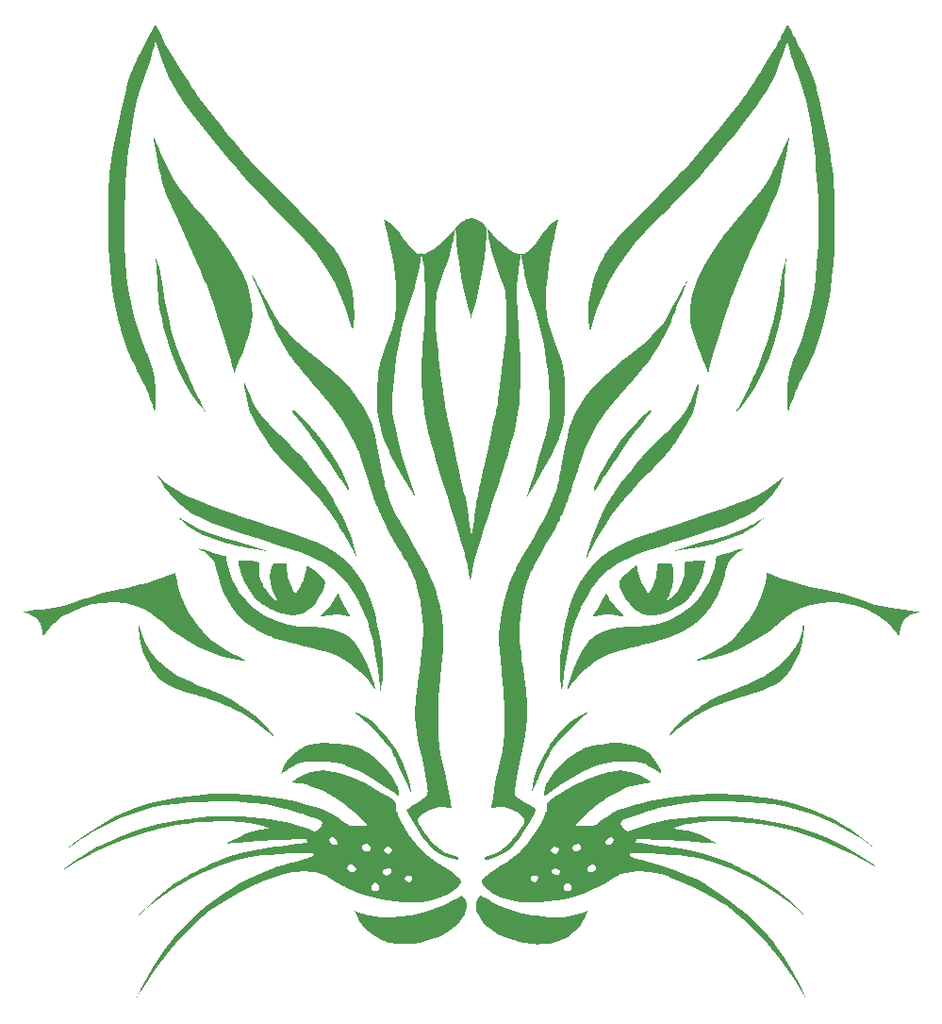
<source format=gbr>
%TF.GenerationSoftware,KiCad,Pcbnew,(6.0.10)*%
%TF.CreationDate,2023-11-18T20:59:03+01:00*%
%TF.ProjectId,Lynx,4c796e78-2e6b-4696-9361-645f70636258,V 1.3*%
%TF.SameCoordinates,Original*%
%TF.FileFunction,Soldermask,Top*%
%TF.FilePolarity,Negative*%
%FSLAX46Y46*%
G04 Gerber Fmt 4.6, Leading zero omitted, Abs format (unit mm)*
G04 Created by KiCad (PCBNEW (6.0.10)) date 2023-11-18 20:59:03*
%MOMM*%
%LPD*%
G01*
G04 APERTURE LIST*
G04 APERTURE END LIST*
%TO.C,*%
G36*
X91517000Y-82627000D02*
G01*
X91607000Y-82786000D01*
X91660000Y-82883000D01*
X91789000Y-83119000D01*
X91906000Y-83320000D01*
X91934000Y-83364000D01*
X92260000Y-83792000D01*
X92714000Y-84271000D01*
X92930000Y-84475000D01*
X93076000Y-84615000D01*
X93155000Y-84698000D01*
X93160000Y-84706000D01*
X93084000Y-84698000D01*
X92923000Y-84669000D01*
X92077000Y-84552000D01*
X91720000Y-84540000D01*
X91335000Y-84554000D01*
X90962000Y-84600000D01*
X90527000Y-84688000D01*
X90445000Y-84707000D01*
X90330000Y-84723000D01*
X90320000Y-84714000D01*
X90360000Y-84641000D01*
X90463000Y-84480000D01*
X90528000Y-84381000D01*
X90787000Y-83983000D01*
X90980000Y-83656000D01*
X91138000Y-83343000D01*
X91291000Y-82985000D01*
X91321000Y-82911000D01*
X91405000Y-82708000D01*
X91461000Y-82584000D01*
X91473000Y-82566000D01*
X91517000Y-82627000D01*
G37*
G36*
X103970000Y-78553000D02*
G01*
X103895000Y-78602000D01*
X103735000Y-78700000D01*
X103690000Y-78727000D01*
X103193000Y-79053000D01*
X102932000Y-79263000D01*
X102753000Y-79448000D01*
X102605000Y-79664000D01*
X102474000Y-79939000D01*
X102346000Y-80305000D01*
X102209000Y-80790000D01*
X102170000Y-80940000D01*
X102009000Y-81536000D01*
X101864000Y-82016000D01*
X101718000Y-82422000D01*
X101559000Y-82795000D01*
X101445000Y-83030000D01*
X100938000Y-83870000D01*
X100299000Y-84643000D01*
X99549000Y-85322000D01*
X99264000Y-85534000D01*
X98417000Y-86053000D01*
X97465000Y-86489000D01*
X96950000Y-86677000D01*
X96740000Y-86745000D01*
X96476000Y-86822000D01*
X96139000Y-86915000D01*
X95708000Y-87029000D01*
X95163000Y-87169000D01*
X94485000Y-87341000D01*
X94410000Y-87360000D01*
X93756000Y-87525000D01*
X93237000Y-87656000D01*
X92834000Y-87760000D01*
X92526000Y-87842000D01*
X92295000Y-87907000D01*
X92119000Y-87961000D01*
X91980000Y-88010000D01*
X91858000Y-88059000D01*
X91756000Y-88103000D01*
X91298000Y-88329000D01*
X90786000Y-88623000D01*
X90285000Y-88946000D01*
X89992000Y-89156000D01*
X89418000Y-89632000D01*
X88892000Y-90168000D01*
X88376000Y-90805000D01*
X88188000Y-91063000D01*
X88055000Y-91250000D01*
X88068000Y-91148000D01*
X88095000Y-91008000D01*
X88145000Y-90791000D01*
X88158000Y-90738000D01*
X88378000Y-89999000D01*
X88665000Y-89244000D01*
X89001000Y-88508000D01*
X89368000Y-87826000D01*
X89751000Y-87233000D01*
X90130000Y-86763000D01*
X90135000Y-86757000D01*
X90558000Y-86414000D01*
X91116000Y-86126000D01*
X91795000Y-85899000D01*
X92579000Y-85736000D01*
X93453000Y-85642000D01*
X94170000Y-85620000D01*
X95224000Y-85548000D01*
X96248000Y-85338000D01*
X97224000Y-84998000D01*
X98131000Y-84538000D01*
X98947000Y-83965000D01*
X99543000Y-83410000D01*
X100108000Y-82718000D01*
X100608000Y-81929000D01*
X100755000Y-81650000D01*
X101043000Y-80993000D01*
X101241000Y-80335000D01*
X101360000Y-79704000D01*
X101394000Y-79478000D01*
X101419000Y-79334000D01*
X101426000Y-79308000D01*
X101500000Y-79284000D01*
X101593000Y-79260000D01*
X101790000Y-79209000D01*
X102058000Y-79133000D01*
X102426000Y-79023000D01*
X102830000Y-78900000D01*
X103157000Y-78799000D01*
X103459000Y-78707000D01*
X103675000Y-78641000D01*
X103689000Y-78637000D01*
X103869000Y-78580000D01*
X103966000Y-78547000D01*
X103969000Y-78546000D01*
X103970000Y-78553000D01*
G37*
G36*
X59086000Y-63742000D02*
G01*
X59127000Y-63825000D01*
X59195000Y-63996000D01*
X59303000Y-64281000D01*
X59353000Y-64418000D01*
X59575000Y-64998000D01*
X59772000Y-65461000D01*
X59959000Y-65843000D01*
X60096000Y-66087000D01*
X60257000Y-66317000D01*
X60519000Y-66636000D01*
X60786000Y-66940000D01*
X60956000Y-67122000D01*
X61215000Y-67390000D01*
X61538000Y-67718000D01*
X61900000Y-68082000D01*
X62274000Y-68455000D01*
X62635000Y-68812000D01*
X62959000Y-69127000D01*
X63190000Y-69349000D01*
X63450000Y-69601000D01*
X63698000Y-69852000D01*
X63883000Y-70050000D01*
X63890000Y-70058000D01*
X64253000Y-70485000D01*
X64670000Y-70997000D01*
X65116000Y-71559000D01*
X65563000Y-72137000D01*
X65986000Y-72696000D01*
X66356000Y-73202000D01*
X66641000Y-73610000D01*
X66779000Y-73829000D01*
X66969000Y-74147000D01*
X67186000Y-74524000D01*
X67407000Y-74916000D01*
X67608000Y-75283000D01*
X67766000Y-75583000D01*
X67800000Y-75650000D01*
X68235000Y-76618000D01*
X68629000Y-77663000D01*
X68952000Y-78700000D01*
X69020000Y-78960000D01*
X69074000Y-79182000D01*
X69114000Y-79365000D01*
X69129000Y-79457000D01*
X69129000Y-79460000D01*
X69092000Y-79394000D01*
X69001000Y-79217000D01*
X68873000Y-78963000D01*
X68814000Y-78845000D01*
X68405000Y-78057000D01*
X68010000Y-77360000D01*
X67593000Y-76696000D01*
X67470000Y-76510000D01*
X66690000Y-75408000D01*
X65836000Y-74312000D01*
X64948000Y-73268000D01*
X64063000Y-72324000D01*
X63940000Y-72200000D01*
X63470000Y-71729000D01*
X63010000Y-71261000D01*
X62578000Y-70814000D01*
X62193000Y-70408000D01*
X61874000Y-70062000D01*
X61637000Y-69795000D01*
X61534000Y-69670000D01*
X61313000Y-69364000D01*
X61036000Y-68949000D01*
X60723000Y-68457000D01*
X60395000Y-67921000D01*
X60072000Y-67372000D01*
X59866000Y-67010000D01*
X59697000Y-66689000D01*
X59569000Y-66396000D01*
X59461000Y-66069000D01*
X59348000Y-65647000D01*
X59344000Y-65630000D01*
X59250000Y-65224000D01*
X59168000Y-64814000D01*
X59103000Y-64431000D01*
X59058000Y-64103000D01*
X59038000Y-63861000D01*
X59048000Y-63733000D01*
X59061000Y-63720000D01*
X59086000Y-63742000D01*
G37*
G36*
X51096000Y-31637000D02*
G01*
X51148000Y-31739000D01*
X51247000Y-31939000D01*
X51361000Y-32176000D01*
X51556000Y-32578000D01*
X51757000Y-32981000D01*
X51943000Y-33346000D01*
X52093000Y-33632000D01*
X52158000Y-33748000D01*
X52360000Y-34084000D01*
X52646000Y-34546000D01*
X53011000Y-35125000D01*
X53452000Y-35814000D01*
X53625000Y-36082000D01*
X53811000Y-36374000D01*
X53992000Y-36663000D01*
X54100000Y-36840000D01*
X54293000Y-37153000D01*
X54493000Y-37457000D01*
X54741000Y-37813000D01*
X54817000Y-37920000D01*
X55400000Y-38715000D01*
X56067000Y-39588000D01*
X56786000Y-40502000D01*
X57531000Y-41420000D01*
X58271000Y-42307000D01*
X58938000Y-43080000D01*
X59144000Y-43313000D01*
X59349000Y-43541000D01*
X59564000Y-43777000D01*
X59802000Y-44032000D01*
X60072000Y-44317000D01*
X60386000Y-44645000D01*
X60755000Y-45026000D01*
X61190000Y-45472000D01*
X61702000Y-45995000D01*
X62303000Y-46607000D01*
X63003000Y-47319000D01*
X63141000Y-47460000D01*
X63917000Y-48250000D01*
X64588000Y-48939000D01*
X65164000Y-49537000D01*
X65654000Y-50053000D01*
X66068000Y-50499000D01*
X66415000Y-50885000D01*
X66705000Y-51220000D01*
X66948000Y-51516000D01*
X67152000Y-51783000D01*
X67230000Y-51890000D01*
X67487000Y-52288000D01*
X67761000Y-52774000D01*
X68018000Y-53287000D01*
X68138000Y-53555000D01*
X68486000Y-54527000D01*
X68736000Y-55560000D01*
X68881000Y-56614000D01*
X68918000Y-57648000D01*
X68839000Y-58623000D01*
X68821000Y-58741000D01*
X68784000Y-58949000D01*
X68754000Y-59036000D01*
X68716000Y-58994000D01*
X68655000Y-58814000D01*
X68591000Y-58600000D01*
X68136000Y-57189000D01*
X67645000Y-55911000D01*
X67106000Y-54739000D01*
X66505000Y-53649000D01*
X65831000Y-52615000D01*
X65338000Y-51949000D01*
X65057000Y-51594000D01*
X64765000Y-51244000D01*
X64447000Y-50881000D01*
X64086000Y-50489000D01*
X63666000Y-50050000D01*
X63170000Y-49545000D01*
X62583000Y-48959000D01*
X62210000Y-48590000D01*
X61619000Y-48005000D01*
X61116000Y-47501000D01*
X60674000Y-47050000D01*
X60265000Y-46624000D01*
X59861000Y-46193000D01*
X59436000Y-45730000D01*
X59120000Y-45381000D01*
X58332000Y-44496000D01*
X57549000Y-43591000D01*
X56782000Y-42682000D01*
X56043000Y-41784000D01*
X55344000Y-40911000D01*
X54698000Y-40080000D01*
X54116000Y-39305000D01*
X53610000Y-38602000D01*
X53193000Y-37986000D01*
X52910000Y-37530000D01*
X52288000Y-36355000D01*
X51746000Y-35100000D01*
X51308000Y-33828000D01*
X51158000Y-33290000D01*
X51113000Y-33121000D01*
X51090000Y-33045000D01*
X51089000Y-33045000D01*
X51068000Y-33118000D01*
X51016000Y-33308000D01*
X50943000Y-33575000D01*
X50931000Y-33619000D01*
X50757000Y-34243000D01*
X50596000Y-34777000D01*
X50426000Y-35289000D01*
X50289000Y-35673000D01*
X49887000Y-36817000D01*
X49562000Y-37846000D01*
X49305000Y-38782000D01*
X49180000Y-39312000D01*
X49102000Y-39700000D01*
X49013000Y-40207000D01*
X48918000Y-40791000D01*
X48823000Y-41413000D01*
X48736000Y-42031000D01*
X48661000Y-42606000D01*
X48642000Y-42770000D01*
X48527000Y-43827000D01*
X48437000Y-44816000D01*
X48370000Y-45792000D01*
X48320000Y-46805000D01*
X48286000Y-47908000D01*
X48277000Y-48310000D01*
X48267000Y-49862000D01*
X48298000Y-51363000D01*
X48369000Y-52792000D01*
X48477000Y-54126000D01*
X48623000Y-55342000D01*
X48752000Y-56140000D01*
X49114000Y-57752000D01*
X49614000Y-59382000D01*
X50242000Y-60992000D01*
X50360000Y-61260000D01*
X50707000Y-62216000D01*
X50944000Y-63283000D01*
X51071000Y-64464000D01*
X51080000Y-64640000D01*
X51088000Y-65038000D01*
X51081000Y-65424000D01*
X51060000Y-65766000D01*
X51028000Y-66032000D01*
X50987000Y-66190000D01*
X50959000Y-66220000D01*
X50917000Y-66162000D01*
X50909000Y-66145000D01*
X50865000Y-66027000D01*
X50792000Y-65824000D01*
X50767000Y-65750000D01*
X50585000Y-65238000D01*
X50428000Y-64823000D01*
X50272000Y-64450000D01*
X50094000Y-64063000D01*
X49869000Y-63607000D01*
X49851000Y-63570000D01*
X49682000Y-63230000D01*
X49523000Y-62906000D01*
X49399000Y-62651000D01*
X49366000Y-62580000D01*
X49258000Y-62350000D01*
X49112000Y-62042000D01*
X48958000Y-61720000D01*
X48953000Y-61710000D01*
X48691000Y-61138000D01*
X48460000Y-60568000D01*
X48245000Y-59963000D01*
X48034000Y-59282000D01*
X47813000Y-58487000D01*
X47782000Y-58370000D01*
X47488000Y-57154000D01*
X47257000Y-55953000D01*
X47081000Y-54719000D01*
X46955000Y-53404000D01*
X46901000Y-52600000D01*
X46881000Y-52228000D01*
X46866000Y-51862000D01*
X46854000Y-51478000D01*
X46845000Y-51052000D01*
X46839000Y-50559000D01*
X46835000Y-49974000D01*
X46833000Y-49273000D01*
X46833000Y-47915000D01*
X46834000Y-47337000D01*
X46836000Y-46873000D01*
X46841000Y-46501000D01*
X46849000Y-46198000D01*
X46860000Y-45940000D01*
X46876000Y-45706000D01*
X46896000Y-45471000D01*
X46923000Y-45215000D01*
X46951000Y-44960000D01*
X47118000Y-43691000D01*
X47352000Y-42285000D01*
X47650000Y-40752000D01*
X48011000Y-39100000D01*
X48413000Y-37422000D01*
X48547000Y-36896000D01*
X48667000Y-36474000D01*
X48790000Y-36104000D01*
X48935000Y-35732000D01*
X49120000Y-35307000D01*
X49274000Y-34972000D01*
X49453000Y-34597000D01*
X49677000Y-34145000D01*
X49929000Y-33648000D01*
X50192000Y-33139000D01*
X50450000Y-32651000D01*
X50686000Y-32215000D01*
X50882000Y-31864000D01*
X51000000Y-31664000D01*
X51056000Y-31573000D01*
X51096000Y-31637000D01*
G37*
G36*
X52838000Y-80805000D02*
G01*
X52860000Y-80909000D01*
X52892000Y-81106000D01*
X52900000Y-81162000D01*
X53095000Y-82168000D01*
X53400000Y-83099000D01*
X53831000Y-84006000D01*
X54049000Y-84385000D01*
X54414000Y-84939000D01*
X54839000Y-85506000D01*
X55292000Y-86048000D01*
X55741000Y-86526000D01*
X56154000Y-86902000D01*
X56180000Y-86923000D01*
X56623000Y-87246000D01*
X57175000Y-87591000D01*
X57850000Y-87967000D01*
X58580000Y-88341000D01*
X58837000Y-88468000D01*
X59035000Y-88564000D01*
X59133000Y-88608000D01*
X59135000Y-88609000D01*
X59178000Y-88647000D01*
X59145000Y-88657000D01*
X59048000Y-88650000D01*
X58880000Y-88638000D01*
X58030000Y-88523000D01*
X57106000Y-88299000D01*
X56230000Y-88006000D01*
X54963000Y-87452000D01*
X53713000Y-86753000D01*
X52504000Y-85924000D01*
X51540000Y-85140000D01*
X51011000Y-84703000D01*
X50526000Y-84364000D01*
X50115000Y-84130000D01*
X49251000Y-83757000D01*
X48362000Y-83525000D01*
X47415000Y-83425000D01*
X47125000Y-83420000D01*
X46197000Y-83469000D01*
X45307000Y-83625000D01*
X44520000Y-83852000D01*
X43569000Y-84238000D01*
X42712000Y-84720000D01*
X42244000Y-85058000D01*
X41996000Y-85266000D01*
X41786000Y-85474000D01*
X41559000Y-85736000D01*
X41449000Y-85873000D01*
X41225000Y-86149000D01*
X41079000Y-86316000D01*
X40993000Y-86392000D01*
X40947000Y-86394000D01*
X40932000Y-86369000D01*
X40917000Y-86275000D01*
X40900000Y-86115000D01*
X40815000Y-85618000D01*
X40656000Y-85218000D01*
X40581000Y-85094000D01*
X40466000Y-84941000D01*
X40406000Y-84877000D01*
X40091000Y-84661000D01*
X39653000Y-84457000D01*
X39286000Y-84329000D01*
X39147000Y-84284000D01*
X39106000Y-84268000D01*
X39179000Y-84258000D01*
X39350000Y-84242000D01*
X39360000Y-84241000D01*
X39780000Y-84197000D01*
X40283000Y-84137000D01*
X40832000Y-84063000D01*
X41388000Y-83983000D01*
X41914000Y-83902000D01*
X42374000Y-83825000D01*
X42730000Y-83757000D01*
X42850000Y-83731000D01*
X43027000Y-83681000D01*
X43295000Y-83597000D01*
X43590000Y-83499000D01*
X44451000Y-83209000D01*
X45181000Y-82968000D01*
X45800000Y-82770000D01*
X46328000Y-82610000D01*
X46786000Y-82481000D01*
X47192000Y-82379000D01*
X47566000Y-82297000D01*
X47929000Y-82229000D01*
X48102000Y-82201000D01*
X48559000Y-82116000D01*
X49089000Y-81997000D01*
X49667000Y-81851000D01*
X50266000Y-81687000D01*
X50858000Y-81513000D01*
X51418000Y-81336000D01*
X51919000Y-81165000D01*
X52335000Y-81008000D01*
X52637000Y-80872000D01*
X52761000Y-80799000D01*
X52820000Y-80757000D01*
X52838000Y-80805000D01*
G37*
G36*
X107731000Y-52560000D02*
G01*
X107639000Y-53457000D01*
X107566000Y-54430000D01*
X107530000Y-55110000D01*
X107494000Y-55806000D01*
X107450000Y-56388000D01*
X107391000Y-56905000D01*
X107310000Y-57403000D01*
X107201000Y-57928000D01*
X107057000Y-58529000D01*
X107029000Y-58641000D01*
X106592000Y-60185000D01*
X106088000Y-61625000D01*
X105524000Y-62947000D01*
X104905000Y-64139000D01*
X104420000Y-64920000D01*
X103713000Y-65844000D01*
X103545000Y-66032000D01*
X103410000Y-66171000D01*
X103288000Y-66286000D01*
X103222000Y-66335000D01*
X103220000Y-66333000D01*
X103254000Y-66264000D01*
X103337000Y-66105000D01*
X103363000Y-66057000D01*
X103640000Y-65524000D01*
X103955000Y-64897000D01*
X104281000Y-64228000D01*
X104592000Y-63570000D01*
X104863000Y-62976000D01*
X104871000Y-62959000D01*
X105327000Y-61898000D01*
X105704000Y-60934000D01*
X106015000Y-60034000D01*
X106272000Y-59163000D01*
X106408000Y-58630000D01*
X106742000Y-57149000D01*
X107001000Y-55803000D01*
X107160000Y-54780000D01*
X107245000Y-54207000D01*
X107335000Y-53740000D01*
X107442000Y-53324000D01*
X107579000Y-52905000D01*
X107651000Y-52710000D01*
X107712000Y-52555000D01*
X107732000Y-52531000D01*
X107731000Y-52560000D01*
G37*
G36*
X99840000Y-63784000D02*
G01*
X99831000Y-63971000D01*
X99797000Y-64254000D01*
X99742000Y-64603000D01*
X99671000Y-64988000D01*
X99588000Y-65379000D01*
X99538000Y-65590000D01*
X99410000Y-66062000D01*
X99284000Y-66434000D01*
X99138000Y-66765000D01*
X99024000Y-66980000D01*
X98726000Y-67502000D01*
X98399000Y-68051000D01*
X98069000Y-68586000D01*
X97761000Y-69065000D01*
X97500000Y-69447000D01*
X97483000Y-69470000D01*
X97328000Y-69675000D01*
X97139000Y-69904000D01*
X96901000Y-70172000D01*
X96601000Y-70496000D01*
X96224000Y-70889000D01*
X95757000Y-71368000D01*
X95340000Y-71790000D01*
X94770000Y-72370000D01*
X94291000Y-72872000D01*
X93874000Y-73326000D01*
X93492000Y-73762000D01*
X93118000Y-74211000D01*
X92727000Y-74700000D01*
X92066000Y-75565000D01*
X91496000Y-76369000D01*
X90989000Y-77155000D01*
X90517000Y-77968000D01*
X90050000Y-78853000D01*
X90031000Y-78890000D01*
X89899000Y-79147000D01*
X89801000Y-79328000D01*
X89753000Y-79404000D01*
X89751000Y-79400000D01*
X89816000Y-79108000D01*
X89923000Y-78707000D01*
X90060000Y-78241000D01*
X90216000Y-77751000D01*
X90240000Y-77680000D01*
X90558000Y-76800000D01*
X90904000Y-75995000D01*
X91311000Y-75193000D01*
X91571000Y-74730000D01*
X91734000Y-74445000D01*
X91884000Y-74181000D01*
X91979000Y-74015000D01*
X92176000Y-73694000D01*
X92467000Y-73269000D01*
X92839000Y-72756000D01*
X93279000Y-72172000D01*
X93775000Y-71534000D01*
X94209000Y-70990000D01*
X94484000Y-70650000D01*
X94710000Y-70376000D01*
X94911000Y-70141000D01*
X95111000Y-69921000D01*
X95334000Y-69690000D01*
X95605000Y-69420000D01*
X95947000Y-69087000D01*
X96297000Y-68749000D01*
X96830000Y-68230000D01*
X97333000Y-67727000D01*
X97780000Y-67267000D01*
X98147000Y-66875000D01*
X98289000Y-66717000D01*
X98535000Y-66421000D01*
X98746000Y-66122000D01*
X98938000Y-65791000D01*
X99128000Y-65396000D01*
X99332000Y-64908000D01*
X99560000Y-64310000D01*
X99671000Y-64013000D01*
X99743000Y-63836000D01*
X99788000Y-63750000D01*
X99818000Y-63724000D01*
X99840000Y-63784000D01*
G37*
G36*
X109275000Y-85569000D02*
G01*
X109279000Y-85720000D01*
X109243000Y-86312000D01*
X109141000Y-86969000D01*
X108987000Y-87618000D01*
X108855000Y-88030000D01*
X108672000Y-88456000D01*
X108418000Y-88940000D01*
X108127000Y-89423000D01*
X107900000Y-89753000D01*
X107651000Y-90048000D01*
X107346000Y-90347000D01*
X107055000Y-90583000D01*
X107039000Y-90594000D01*
X106638000Y-90834000D01*
X106152000Y-91077000D01*
X105651000Y-91290000D01*
X105440000Y-91366000D01*
X105247000Y-91428000D01*
X104949000Y-91520000D01*
X104593000Y-91627000D01*
X104380000Y-91690000D01*
X103460000Y-91967000D01*
X102682000Y-92216000D01*
X102029000Y-92443000D01*
X101486000Y-92654000D01*
X101038000Y-92852000D01*
X100950000Y-92895000D01*
X100228000Y-93278000D01*
X99517000Y-93705000D01*
X98785000Y-94197000D01*
X98001000Y-94774000D01*
X97420000Y-95227000D01*
X97256000Y-95357000D01*
X97156000Y-95437000D01*
X97145000Y-95445000D01*
X97120000Y-95447000D01*
X97163000Y-95378000D01*
X97268000Y-95232000D01*
X97292000Y-95200000D01*
X97921000Y-94459000D01*
X98663000Y-93765000D01*
X99540000Y-93101000D01*
X99740000Y-92966000D01*
X100164000Y-92686000D01*
X100527000Y-92454000D01*
X100856000Y-92255000D01*
X101178000Y-92076000D01*
X101519000Y-91904000D01*
X101906000Y-91725000D01*
X102366000Y-91526000D01*
X102924000Y-91294000D01*
X103512000Y-91053000D01*
X104200000Y-90768000D01*
X104763000Y-90523000D01*
X105230000Y-90304000D01*
X105629000Y-90097000D01*
X105985000Y-89890000D01*
X106283000Y-89699000D01*
X106884000Y-89248000D01*
X107483000Y-88712000D01*
X108015000Y-88151000D01*
X108074000Y-88080000D01*
X108545000Y-87436000D01*
X108881000Y-86781000D01*
X109101000Y-86071000D01*
X109180000Y-85648000D01*
X109219000Y-85469000D01*
X109253000Y-85445000D01*
X109275000Y-85569000D01*
G37*
G36*
X59614165Y-53980307D02*
G01*
X59632000Y-53985000D01*
X59638000Y-53990000D01*
X59719000Y-54084000D01*
X59841000Y-54268000D01*
X60012000Y-54553000D01*
X60238000Y-54951000D01*
X60526000Y-55475000D01*
X60670000Y-55740000D01*
X61030000Y-56404000D01*
X61324000Y-56943000D01*
X61560000Y-57374000D01*
X61750000Y-57712000D01*
X61903000Y-57975000D01*
X62028000Y-58177000D01*
X62136000Y-58336000D01*
X62236000Y-58466000D01*
X62337000Y-58586000D01*
X62450000Y-58709000D01*
X62488000Y-58749000D01*
X62709000Y-58987000D01*
X62965000Y-59263000D01*
X63103000Y-59412000D01*
X63344000Y-59668000D01*
X63587000Y-59911000D01*
X63848000Y-60157000D01*
X64144000Y-60419000D01*
X64492000Y-60712000D01*
X64909000Y-61051000D01*
X65411000Y-61449000D01*
X66015000Y-61922000D01*
X66391000Y-62214000D01*
X66782000Y-62521000D01*
X67088000Y-62774000D01*
X67354000Y-63012000D01*
X67624000Y-63274000D01*
X67810000Y-63463000D01*
X68548000Y-64277000D01*
X69204000Y-65119000D01*
X69763000Y-65965000D01*
X70209000Y-66791000D01*
X70508000Y-67521000D01*
X70617000Y-67891000D01*
X70747000Y-68407000D01*
X70893000Y-69059000D01*
X71055000Y-69835000D01*
X71229000Y-70723000D01*
X71410000Y-71700000D01*
X71517000Y-72268000D01*
X71604000Y-72688000D01*
X71673000Y-72970000D01*
X71874000Y-73627000D01*
X72100000Y-74281000D01*
X72338000Y-74897000D01*
X72574000Y-75441000D01*
X72793000Y-75876000D01*
X72865000Y-75999000D01*
X73147000Y-76462000D01*
X73471000Y-77009000D01*
X73823000Y-77612000D01*
X74186000Y-78242000D01*
X74545000Y-78874000D01*
X74884000Y-79479000D01*
X75189000Y-80030000D01*
X75443000Y-80499000D01*
X75630000Y-80860000D01*
X75636000Y-80872000D01*
X75909000Y-81491000D01*
X76171000Y-82226000D01*
X76410000Y-83032000D01*
X76612000Y-83864000D01*
X76765000Y-84678000D01*
X76768000Y-84700000D01*
X76829000Y-85146000D01*
X76874000Y-85592000D01*
X76901000Y-86055000D01*
X76910000Y-86552000D01*
X76900000Y-87102000D01*
X76870000Y-87721000D01*
X76821000Y-88427000D01*
X76751000Y-89238000D01*
X76659000Y-90171000D01*
X76546000Y-91243000D01*
X76538000Y-91320000D01*
X76499000Y-91803000D01*
X76470000Y-92405000D01*
X76452000Y-93085000D01*
X76444000Y-93804000D01*
X76448000Y-94520000D01*
X76463000Y-95194000D01*
X76490000Y-95784000D01*
X76511000Y-96080000D01*
X76535000Y-96337000D01*
X76561000Y-96556000D01*
X76596000Y-96772000D01*
X76647000Y-97018000D01*
X76720000Y-97332000D01*
X76824000Y-97748000D01*
X76890000Y-98010000D01*
X76987000Y-98403000D01*
X77079000Y-98785000D01*
X77151000Y-99101000D01*
X77178000Y-99230000D01*
X77248000Y-99589000D01*
X77325000Y-100003000D01*
X77403000Y-100441000D01*
X77476000Y-100869000D01*
X77540000Y-101255000D01*
X77588000Y-101567000D01*
X77616000Y-101771000D01*
X77620000Y-101826000D01*
X77615000Y-101865000D01*
X77570000Y-101877000D01*
X77442000Y-101865000D01*
X77269000Y-101840000D01*
X77025000Y-101813000D01*
X76822000Y-101800000D01*
X76817000Y-101800000D01*
X76436000Y-101837000D01*
X76022000Y-101934000D01*
X75712000Y-102050000D01*
X75518000Y-102152000D01*
X75276000Y-102291000D01*
X75056000Y-102425000D01*
X74959000Y-102490000D01*
X74714000Y-102735000D01*
X74624000Y-103003000D01*
X74686000Y-103305000D01*
X74706000Y-103349000D01*
X74898000Y-103684000D01*
X75183000Y-104088000D01*
X75534000Y-104525000D01*
X75548000Y-104540000D01*
X75729000Y-104741000D01*
X75963000Y-104984000D01*
X76211000Y-105231000D01*
X76435000Y-105446000D01*
X76598000Y-105591000D01*
X76625000Y-105613000D01*
X76980000Y-105825000D01*
X77437000Y-106028000D01*
X77942000Y-106196000D01*
X77961000Y-106201000D01*
X78132000Y-106253000D01*
X78215000Y-106285000D01*
X78239000Y-106379000D01*
X78219000Y-106461000D01*
X78168000Y-106495000D01*
X78074000Y-106498000D01*
X77884000Y-106482000D01*
X77809000Y-106471000D01*
X77118000Y-106265000D01*
X76436000Y-105903000D01*
X76397000Y-105877000D01*
X76229000Y-105758000D01*
X76067000Y-105621000D01*
X75860000Y-105422000D01*
X75789000Y-105351000D01*
X75558000Y-105112000D01*
X75342000Y-104875000D01*
X75227000Y-104740000D01*
X74563000Y-103823000D01*
X73991000Y-102848000D01*
X73757000Y-102370000D01*
X73602000Y-102030000D01*
X73646000Y-101987000D01*
X73729000Y-101927000D01*
X73916000Y-101805000D01*
X74171000Y-101642000D01*
X74310000Y-101554000D01*
X74743000Y-101280000D01*
X75057000Y-101075000D01*
X75270000Y-100925000D01*
X75398000Y-100819000D01*
X75462000Y-100744000D01*
X75463000Y-100742000D01*
X75485000Y-100613000D01*
X75487000Y-100374000D01*
X75471000Y-100074000D01*
X75441000Y-99790000D01*
X75374000Y-99314000D01*
X75300000Y-98874000D01*
X75208000Y-98419000D01*
X75089000Y-97897000D01*
X74980000Y-97450000D01*
X74772000Y-96569000D01*
X74614000Y-95795000D01*
X74500000Y-95087000D01*
X74423000Y-94402000D01*
X74377000Y-93720000D01*
X74365000Y-93328000D01*
X74367000Y-92940000D01*
X74388000Y-92528000D01*
X74428000Y-92059000D01*
X74490000Y-91503000D01*
X74577000Y-90831000D01*
X74611000Y-90580000D01*
X74745000Y-89594000D01*
X74854000Y-88747000D01*
X74940000Y-88019000D01*
X75004000Y-87389000D01*
X75048000Y-86839000D01*
X75071000Y-86348000D01*
X75076000Y-85897000D01*
X75064000Y-85466000D01*
X75035000Y-85036000D01*
X74990000Y-84586000D01*
X74959000Y-84320000D01*
X74810000Y-83306000D01*
X74624000Y-82383000D01*
X74404000Y-81579000D01*
X74277000Y-81211000D01*
X74197000Y-81007000D01*
X74102000Y-80793000D01*
X73982000Y-80549000D01*
X73827000Y-80254000D01*
X73626000Y-79889000D01*
X73368000Y-79432000D01*
X73042000Y-78864000D01*
X72930000Y-78670000D01*
X72429000Y-77795000D01*
X72015000Y-77052000D01*
X71686000Y-76439000D01*
X71441000Y-75954000D01*
X71368000Y-75800000D01*
X71268000Y-75574000D01*
X71138000Y-75269000D01*
X71015000Y-74970000D01*
X70894000Y-74675000D01*
X70789000Y-74417000D01*
X70721000Y-74252000D01*
X70720000Y-74250000D01*
X70644000Y-74046000D01*
X70527000Y-73706000D01*
X70374000Y-73248000D01*
X70192000Y-72689000D01*
X69987000Y-72048000D01*
X69851000Y-71620000D01*
X69675000Y-71063000D01*
X69533000Y-70627000D01*
X69414000Y-70280000D01*
X69308000Y-69990000D01*
X69201000Y-69725000D01*
X69083000Y-69453000D01*
X69012000Y-69294000D01*
X68446000Y-68160000D01*
X67818000Y-67103000D01*
X67770000Y-67030000D01*
X67528000Y-66674000D01*
X67271000Y-66317000D01*
X66984000Y-65941000D01*
X66651000Y-65527000D01*
X66257000Y-65056000D01*
X65787000Y-64508000D01*
X65225000Y-63866000D01*
X65132000Y-63760000D01*
X64664000Y-63228000D01*
X64287000Y-62792000D01*
X63981000Y-62430000D01*
X63729000Y-62120000D01*
X63514000Y-61840000D01*
X63317000Y-61568000D01*
X63121000Y-61281000D01*
X63015000Y-61120000D01*
X62433000Y-60181000D01*
X61915000Y-59221000D01*
X61830000Y-59050000D01*
X61624000Y-58619000D01*
X61437000Y-58197000D01*
X61246000Y-57727000D01*
X61071000Y-57270000D01*
X60832000Y-56649000D01*
X60619000Y-56118000D01*
X60407000Y-55619000D01*
X60220000Y-55200000D01*
X60136000Y-55022000D01*
X60018000Y-54777000D01*
X59885000Y-54509000D01*
X59760000Y-54259000D01*
X59662000Y-54069000D01*
X59614165Y-53980307D01*
X59613000Y-53980000D01*
X59614000Y-53980000D01*
X59614165Y-53980307D01*
G37*
G36*
X63510000Y-66277000D02*
G01*
X63725000Y-66443000D01*
X63999000Y-66685000D01*
X64317000Y-66990000D01*
X64663000Y-67344000D01*
X65023000Y-67731000D01*
X65381000Y-68138000D01*
X65551000Y-68340000D01*
X66249000Y-69225000D01*
X66846000Y-70079000D01*
X67376000Y-70954000D01*
X67802000Y-71760000D01*
X67996000Y-72163000D01*
X68171000Y-72555000D01*
X68314000Y-72904000D01*
X68413000Y-73181000D01*
X68456000Y-73353000D01*
X68456000Y-73378000D01*
X68441000Y-73412000D01*
X68376000Y-73353000D01*
X68373000Y-73349000D01*
X68283000Y-73247000D01*
X68163000Y-73092000D01*
X68002000Y-72870000D01*
X67791000Y-72569000D01*
X67522000Y-72174000D01*
X67186000Y-71673000D01*
X66724000Y-70980000D01*
X66244000Y-70261000D01*
X65833000Y-69653000D01*
X65476000Y-69133000D01*
X65156000Y-68679000D01*
X64855000Y-68267000D01*
X64558000Y-67874000D01*
X64247000Y-67477000D01*
X63907000Y-67053000D01*
X63884000Y-67025000D01*
X63621000Y-66695000D01*
X63448000Y-66468000D01*
X63352000Y-66323000D01*
X63320000Y-66242000D01*
X63320000Y-66236000D01*
X63370000Y-66204000D01*
X63510000Y-66277000D01*
G37*
G36*
X95580000Y-66212000D02*
G01*
X95548000Y-66282000D01*
X95518000Y-66341000D01*
X95473000Y-66417000D01*
X95405000Y-66514000D01*
X95291000Y-66661000D01*
X95113000Y-66882000D01*
X94909000Y-67131000D01*
X94624000Y-67483000D01*
X94363000Y-67813000D01*
X94110000Y-68144000D01*
X93851000Y-68497000D01*
X93570000Y-68893000D01*
X93252000Y-69353000D01*
X92881000Y-69900000D01*
X92442000Y-70553000D01*
X92317000Y-70740000D01*
X91876000Y-71399000D01*
X91514000Y-71937000D01*
X91222000Y-72368000D01*
X90991000Y-72703000D01*
X90813000Y-72956000D01*
X90677000Y-73140000D01*
X90576000Y-73268000D01*
X90500000Y-73352000D01*
X90482000Y-73369000D01*
X90420000Y-73427000D01*
X90420000Y-73365000D01*
X90455000Y-73204000D01*
X90549000Y-72934000D01*
X90690000Y-72586000D01*
X90864000Y-72195000D01*
X91056000Y-71791000D01*
X91174000Y-71560000D01*
X91952000Y-70211000D01*
X92833000Y-68949000D01*
X93840000Y-67745000D01*
X94344000Y-67209000D01*
X94691000Y-66865000D01*
X95005000Y-66575000D01*
X95267000Y-66357000D01*
X95455000Y-66228000D01*
X95532000Y-66200000D01*
X95580000Y-66212000D01*
G37*
G36*
X71641000Y-49142000D02*
G01*
X71864000Y-49219000D01*
X72090000Y-49359000D01*
X72338000Y-49577000D01*
X72622000Y-49890000D01*
X72960000Y-50313000D01*
X73249000Y-50700000D01*
X73635000Y-51211000D01*
X73954000Y-51599000D01*
X74222000Y-51877000D01*
X74453000Y-52061000D01*
X74662000Y-52164000D01*
X74765000Y-52191000D01*
X74835000Y-52189000D01*
X74840000Y-52137000D01*
X74858000Y-52044000D01*
X74885000Y-52033000D01*
X74915000Y-52112000D01*
X74919000Y-52125000D01*
X74954000Y-52198000D01*
X74958000Y-52200000D01*
X75077000Y-52182000D01*
X75252000Y-52141000D01*
X75340000Y-52116000D01*
X75680000Y-51968000D01*
X76068000Y-51734000D01*
X76448000Y-51450000D01*
X76489000Y-51416000D01*
X76922000Y-51014000D01*
X77397000Y-50518000D01*
X77726000Y-50146000D01*
X77870000Y-49980000D01*
X77960000Y-49881000D01*
X77975000Y-49869000D01*
X77967000Y-49946000D01*
X77935000Y-50139000D01*
X77888000Y-50406000D01*
X77833000Y-50707000D01*
X77776000Y-51000000D01*
X77760000Y-51080000D01*
X77583000Y-51870000D01*
X77385000Y-52569000D01*
X77148000Y-53243000D01*
X77087000Y-53398000D01*
X76872000Y-53953000D01*
X76676000Y-54491000D01*
X76512000Y-54972000D01*
X76393000Y-55359000D01*
X76363000Y-55471000D01*
X76317000Y-55729000D01*
X76271000Y-56134000D01*
X76235000Y-56560000D01*
X76223000Y-56830000D01*
X76215000Y-57213000D01*
X76211000Y-57658000D01*
X76212000Y-58120000D01*
X76218000Y-58548000D01*
X76228000Y-58896000D01*
X76237000Y-59050000D01*
X76262000Y-59334000D01*
X76303000Y-59749000D01*
X76359000Y-60270000D01*
X76425000Y-60869000D01*
X76499000Y-61520000D01*
X76578000Y-62194000D01*
X76658000Y-62867000D01*
X76737000Y-63510000D01*
X76781000Y-63860000D01*
X76871000Y-64560000D01*
X76948000Y-65121000D01*
X77012000Y-65562000D01*
X77069000Y-65903000D01*
X77121000Y-66165000D01*
X77161000Y-66330000D01*
X77201000Y-66489000D01*
X77252000Y-66706000D01*
X77318000Y-66997000D01*
X77403000Y-67378000D01*
X77509000Y-67866000D01*
X77640000Y-68477000D01*
X77801000Y-69228000D01*
X77810000Y-69270000D01*
X78008000Y-70195000D01*
X78175000Y-70977000D01*
X78315000Y-71629000D01*
X78430000Y-72163000D01*
X78523000Y-72593000D01*
X78597000Y-72933000D01*
X78655000Y-73194000D01*
X78699000Y-73391000D01*
X78733000Y-73536000D01*
X78760000Y-73642000D01*
X78782000Y-73723000D01*
X78789000Y-73748000D01*
X78874000Y-74096000D01*
X78967000Y-74577000D01*
X79065000Y-75166000D01*
X79164000Y-75838000D01*
X79258000Y-76566000D01*
X79260000Y-76580000D01*
X79301000Y-76912000D01*
X79337000Y-77198000D01*
X79363000Y-77390000D01*
X79368000Y-77420000D01*
X79390000Y-77547000D01*
X79407000Y-77555000D01*
X79418000Y-77530000D01*
X79454000Y-77386000D01*
X79507000Y-77086000D01*
X79577000Y-76629000D01*
X79664000Y-76014000D01*
X79690000Y-75828000D01*
X79771000Y-75243000D01*
X79834000Y-74787000D01*
X79887000Y-74431000D01*
X79932000Y-74145000D01*
X79976000Y-73900000D01*
X80023000Y-73667000D01*
X80077000Y-73416000D01*
X80138000Y-73150000D01*
X80191000Y-72914000D01*
X80260000Y-72601000D01*
X80349000Y-72198000D01*
X80459000Y-71690000D01*
X80594000Y-71064000D01*
X80758000Y-70307000D01*
X80910000Y-69600000D01*
X81106000Y-68688000D01*
X81272000Y-67930000D01*
X81406000Y-67322000D01*
X81510000Y-66860000D01*
X81584000Y-66542000D01*
X81599000Y-66480000D01*
X81663000Y-66211000D01*
X81717000Y-65940000D01*
X81772000Y-65612000D01*
X81829000Y-65228000D01*
X81902000Y-64708000D01*
X81984000Y-64087000D01*
X82072000Y-63397000D01*
X82162000Y-62668000D01*
X82250000Y-61932000D01*
X82333000Y-61220000D01*
X82407000Y-60565000D01*
X82468000Y-59996000D01*
X82512000Y-59547000D01*
X82520000Y-59450000D01*
X82579000Y-58487000D01*
X82593000Y-57550000D01*
X82584000Y-57150000D01*
X82551000Y-56482000D01*
X82508000Y-55968000D01*
X82455000Y-55603000D01*
X82446000Y-55560000D01*
X82364000Y-55249000D01*
X82235000Y-54837000D01*
X82075000Y-54367000D01*
X81899000Y-53885000D01*
X81723000Y-53436000D01*
X81696000Y-53370000D01*
X81433000Y-52651000D01*
X81202000Y-51827000D01*
X81030000Y-51050000D01*
X80973000Y-50754000D01*
X80916000Y-50447000D01*
X80868000Y-50171000D01*
X80835000Y-49965000D01*
X80825000Y-49870000D01*
X80825000Y-49868000D01*
X80875000Y-49918000D01*
X80990000Y-50049000D01*
X81021000Y-50085000D01*
X81313000Y-50411000D01*
X81672000Y-50784000D01*
X81939000Y-51048000D01*
X82430000Y-51478000D01*
X82913000Y-51824000D01*
X83355000Y-52063000D01*
X83448000Y-52101000D01*
X83587000Y-52143000D01*
X83754000Y-52184000D01*
X83843000Y-52200000D01*
X83876000Y-52140000D01*
X83881000Y-52125000D01*
X83926000Y-52031000D01*
X83951000Y-52066000D01*
X83937000Y-52182000D01*
X83900000Y-52200000D01*
X83858000Y-52228000D01*
X83825000Y-52326000D01*
X83805000Y-52411000D01*
X83702000Y-52974000D01*
X83616000Y-53662000D01*
X83549000Y-54437000D01*
X83518000Y-54980000D01*
X83503000Y-55428000D01*
X83500000Y-55893000D01*
X83509000Y-56405000D01*
X83532000Y-56990000D01*
X83569000Y-57675000D01*
X83621000Y-58490000D01*
X83628000Y-58590000D01*
X83685000Y-59437000D01*
X83732000Y-60147000D01*
X83768000Y-60743000D01*
X83796000Y-61248000D01*
X83815000Y-61684000D01*
X83829000Y-62074000D01*
X83836000Y-62440000D01*
X83839000Y-62807000D01*
X83840000Y-62970000D01*
X83826000Y-63872000D01*
X83782000Y-64719000D01*
X83703000Y-65583000D01*
X83589000Y-66490000D01*
X83509000Y-67007000D01*
X83413000Y-67508000D01*
X83289000Y-68044000D01*
X83126000Y-68670000D01*
X83089000Y-68806000D01*
X83000000Y-69126000D01*
X82907000Y-69452000D01*
X82804000Y-69801000D01*
X82685000Y-70191000D01*
X82546000Y-70637000D01*
X82382000Y-71157000D01*
X82187000Y-71767000D01*
X81955000Y-72484000D01*
X81682000Y-73325000D01*
X81469000Y-73980000D01*
X81213000Y-74768000D01*
X81000000Y-75425000D01*
X80823000Y-75974000D01*
X80675000Y-76437000D01*
X80549000Y-76835000D01*
X80438000Y-77190000D01*
X80335000Y-77523000D01*
X80234000Y-77858000D01*
X80233000Y-77860000D01*
X79943000Y-78857000D01*
X79707000Y-79739000D01*
X79527000Y-80496000D01*
X79406000Y-81118000D01*
X79371000Y-81359000D01*
X79348000Y-81532000D01*
X79335000Y-81612000D01*
X79323000Y-81546000D01*
X79300000Y-81375000D01*
X79295000Y-81334000D01*
X79204000Y-80775000D01*
X79055000Y-80075000D01*
X78847000Y-79238000D01*
X78790000Y-79020000D01*
X78681000Y-78621000D01*
X78569000Y-78216000D01*
X78446000Y-77789000D01*
X78307000Y-77320000D01*
X78148000Y-76792000D01*
X77961000Y-76186000D01*
X77743000Y-75485000D01*
X77488000Y-74670000D01*
X77189000Y-73723000D01*
X77150000Y-73600000D01*
X76798000Y-72482000D01*
X76493000Y-71502000D01*
X76230000Y-70644000D01*
X76006000Y-69894000D01*
X75817000Y-69236000D01*
X75659000Y-68657000D01*
X75528000Y-68142000D01*
X75419000Y-67676000D01*
X75330000Y-67244000D01*
X75256000Y-66832000D01*
X75193000Y-66425000D01*
X75161000Y-66190000D01*
X75085000Y-65577000D01*
X75032000Y-65029000D01*
X74997000Y-64488000D01*
X74976000Y-63897000D01*
X74966000Y-63298000D01*
X74963000Y-62877000D01*
X74963000Y-62495000D01*
X74968000Y-62128000D01*
X74978000Y-61750000D01*
X74996000Y-61337000D01*
X75021000Y-60864000D01*
X75055000Y-60305000D01*
X75098000Y-59636000D01*
X75150000Y-58870000D01*
X75202000Y-58082000D01*
X75242000Y-57427000D01*
X75270000Y-56878000D01*
X75287000Y-56410000D01*
X75294000Y-55996000D01*
X75292000Y-55610000D01*
X75282000Y-55225000D01*
X75281000Y-55190000D01*
X75230000Y-54230000D01*
X75150000Y-53385000D01*
X75044000Y-52673000D01*
X75018000Y-52540000D01*
X74972000Y-52327000D01*
X74940000Y-52228000D01*
X74908000Y-52201000D01*
X74899000Y-52200000D01*
X74865000Y-52225000D01*
X74860000Y-52315000D01*
X74830000Y-52782000D01*
X74745000Y-53362000D01*
X74612000Y-54022000D01*
X74440000Y-54729000D01*
X74235000Y-55449000D01*
X74006000Y-56148000D01*
X73977000Y-56229000D01*
X73739000Y-56935000D01*
X73497000Y-57730000D01*
X73270000Y-58551000D01*
X73074000Y-59337000D01*
X72948000Y-59916000D01*
X72796000Y-60745000D01*
X72659000Y-61613000D01*
X72541000Y-62493000D01*
X72444000Y-63359000D01*
X72371000Y-64185000D01*
X72323000Y-64944000D01*
X72303000Y-65612000D01*
X72315000Y-66160000D01*
X72330000Y-66356000D01*
X72407000Y-66930000D01*
X72530000Y-67591000D01*
X72702000Y-68349000D01*
X72924000Y-69212000D01*
X73200000Y-70190000D01*
X73532000Y-71292000D01*
X73921000Y-72528000D01*
X74159000Y-73259000D01*
X74251000Y-73543000D01*
X74319000Y-73758000D01*
X74351000Y-73868000D01*
X74352000Y-73875000D01*
X74309000Y-73818000D01*
X74204000Y-73664000D01*
X74105000Y-73516000D01*
X73344000Y-72311000D01*
X72684000Y-71162000D01*
X72100000Y-70028000D01*
X72019000Y-69859000D01*
X71647000Y-69022000D01*
X71368000Y-68253000D01*
X71169000Y-67503000D01*
X71034000Y-66720000D01*
X70977000Y-66200000D01*
X70960000Y-65890000D01*
X70953000Y-65468000D01*
X70955000Y-64974000D01*
X70965000Y-64448000D01*
X70982000Y-63928000D01*
X71005000Y-63456000D01*
X71032000Y-63070000D01*
X71059000Y-62840000D01*
X71126000Y-62463000D01*
X71211000Y-62091000D01*
X71323000Y-61690000D01*
X71472000Y-61229000D01*
X71668000Y-60676000D01*
X71840000Y-60208000D01*
X72088000Y-59533000D01*
X72280000Y-58972000D01*
X72424000Y-58490000D01*
X72527000Y-58053000D01*
X72597000Y-57629000D01*
X72640000Y-57183000D01*
X72665000Y-56682000D01*
X72673000Y-56390000D01*
X72672000Y-55669000D01*
X72635000Y-54928000D01*
X72559000Y-54143000D01*
X72441000Y-53287000D01*
X72277000Y-52338000D01*
X72065000Y-51270000D01*
X71990000Y-50920000D01*
X71855000Y-50294000D01*
X71744000Y-49797000D01*
X71659000Y-49436000D01*
X71603000Y-49219000D01*
X71581000Y-49157000D01*
X71589000Y-49133000D01*
X71641000Y-49142000D01*
G37*
G36*
X58977000Y-79673000D02*
G01*
X59210000Y-79689000D01*
X59722000Y-79734000D01*
X60079000Y-79780000D01*
X60284000Y-79826000D01*
X60340000Y-79860000D01*
X60351000Y-79978000D01*
X60342000Y-80221000D01*
X60338000Y-80661000D01*
X60374000Y-81014000D01*
X60391000Y-81090000D01*
X60454000Y-81277000D01*
X60560000Y-81541000D01*
X60681000Y-81816000D01*
X60742000Y-81942000D01*
X61041000Y-82430000D01*
X61415000Y-82875000D01*
X61540000Y-82995000D01*
X61674000Y-83109000D01*
X61825000Y-83228000D01*
X61942000Y-83313000D01*
X61975000Y-83331000D01*
X61950000Y-83261000D01*
X61877000Y-83087000D01*
X61799000Y-82907000D01*
X61645000Y-82555000D01*
X61542000Y-82307000D01*
X61477000Y-82121000D01*
X61436000Y-81956000D01*
X61404000Y-81770000D01*
X61390000Y-81669000D01*
X61345000Y-81102000D01*
X61390000Y-80594000D01*
X61439000Y-80372000D01*
X61529000Y-80091000D01*
X61620000Y-79942000D01*
X61645000Y-79927000D01*
X61768000Y-79915000D01*
X61995000Y-79915000D01*
X62269000Y-79925000D01*
X62535000Y-79942000D01*
X62737000Y-79964000D01*
X62774000Y-79971000D01*
X62804000Y-79985000D01*
X62824000Y-80034000D01*
X62840000Y-80153000D01*
X62858000Y-80378000D01*
X62870000Y-80560000D01*
X62898000Y-80901000D01*
X62938000Y-81155000D01*
X63002000Y-81392000D01*
X63060000Y-81563000D01*
X63166000Y-81828000D01*
X63297000Y-82110000D01*
X63431000Y-82364000D01*
X63544000Y-82547000D01*
X63601000Y-82611000D01*
X63648000Y-82599000D01*
X63731000Y-82502000D01*
X63873000Y-82296000D01*
X63895000Y-82264000D01*
X64058000Y-82002000D01*
X64187000Y-81753000D01*
X64321000Y-81439000D01*
X64338000Y-81397000D01*
X64473000Y-81021000D01*
X64552000Y-80689000D01*
X64570000Y-80579000D01*
X64611000Y-80321000D01*
X64643000Y-80185000D01*
X64669000Y-80141000D01*
X64734000Y-80150000D01*
X64802000Y-80193000D01*
X65021000Y-80354000D01*
X65295000Y-80576000D01*
X65588000Y-80824000D01*
X65861000Y-81067000D01*
X66077000Y-81272000D01*
X66183000Y-81387000D01*
X66249000Y-81492000D01*
X66260000Y-81610000D01*
X66197000Y-82030000D01*
X66017000Y-82516000D01*
X65732000Y-83039000D01*
X65435000Y-83467000D01*
X64989000Y-83953000D01*
X64499000Y-84309000D01*
X64403000Y-84360000D01*
X63889000Y-84544000D01*
X63335000Y-84595000D01*
X62940000Y-84559000D01*
X62479000Y-84475000D01*
X62079000Y-84366000D01*
X61695000Y-84211000D01*
X61282000Y-83994000D01*
X60795000Y-83696000D01*
X60731000Y-83655000D01*
X60274000Y-83311000D01*
X59871000Y-82893000D01*
X59521000Y-82420000D01*
X59271000Y-82013000D01*
X59030000Y-81562000D01*
X58842000Y-81149000D01*
X58834000Y-81128000D01*
X58761000Y-80912000D01*
X58683000Y-80627000D01*
X58608000Y-80318000D01*
X58547000Y-80030000D01*
X58510000Y-79806000D01*
X58506000Y-79692000D01*
X58560000Y-79667000D01*
X58708000Y-79661000D01*
X58977000Y-79673000D01*
G37*
G36*
X107550000Y-72106000D02*
G01*
X107451000Y-72285000D01*
X107299000Y-72535000D01*
X107114000Y-72828000D01*
X106914000Y-73135000D01*
X106717000Y-73425000D01*
X106544000Y-73668000D01*
X106455000Y-73786000D01*
X106197000Y-74077000D01*
X105873000Y-74403000D01*
X105543000Y-74702000D01*
X105440000Y-74787000D01*
X104787000Y-75263000D01*
X104070000Y-75689000D01*
X103261000Y-76081000D01*
X102328000Y-76455000D01*
X102129000Y-76528000D01*
X101626000Y-76704000D01*
X101005000Y-76917000D01*
X100299000Y-77155000D01*
X99543000Y-77407000D01*
X98771000Y-77661000D01*
X98017000Y-77906000D01*
X97315000Y-78130000D01*
X97000000Y-78230000D01*
X96215000Y-78478000D01*
X95561000Y-78690000D01*
X95017000Y-78874000D01*
X94558000Y-79038000D01*
X94164000Y-79190000D01*
X93811000Y-79339000D01*
X93477000Y-79493000D01*
X93259000Y-79600000D01*
X92550000Y-79993000D01*
X91906000Y-80423000D01*
X91711000Y-80572000D01*
X91226000Y-81005000D01*
X90755000Y-81508000D01*
X90511000Y-81810000D01*
X90211000Y-82240000D01*
X89883000Y-82765000D01*
X89558000Y-83332000D01*
X89268000Y-83886000D01*
X89203000Y-84020000D01*
X88832000Y-84908000D01*
X88501000Y-85931000D01*
X88209000Y-87094000D01*
X87956000Y-88402000D01*
X87740000Y-89857000D01*
X87608000Y-90990000D01*
X87584000Y-91194000D01*
X87565000Y-91314000D01*
X87561000Y-91325000D01*
X87541000Y-91265000D01*
X87507000Y-91096000D01*
X87494000Y-91025000D01*
X87443000Y-90711000D01*
X87412000Y-90447000D01*
X87390000Y-90151000D01*
X87379000Y-89944000D01*
X87375000Y-89194000D01*
X87424000Y-88334000D01*
X87521000Y-87402000D01*
X87660000Y-86438000D01*
X87836000Y-85479000D01*
X88043000Y-84565000D01*
X88260000Y-83784000D01*
X88680000Y-82638000D01*
X89199000Y-81607000D01*
X89827000Y-80675000D01*
X90575000Y-79823000D01*
X90599000Y-79799000D01*
X91159000Y-79300000D01*
X91804000Y-78840000D01*
X92551000Y-78412000D01*
X93415000Y-78007000D01*
X94413000Y-77616000D01*
X95180000Y-77352000D01*
X95501000Y-77247000D01*
X95794000Y-77150000D01*
X96010000Y-77078000D01*
X96163000Y-77026000D01*
X96438000Y-76933000D01*
X96804000Y-76809000D01*
X97231000Y-76665000D01*
X97600000Y-76540000D01*
X98761000Y-76147000D01*
X99781000Y-75800000D01*
X100671000Y-75495000D01*
X101440000Y-75230000D01*
X102099000Y-75001000D01*
X102660000Y-74802000D01*
X103133000Y-74632000D01*
X103528000Y-74486000D01*
X103856000Y-74360000D01*
X104070000Y-74275000D01*
X105043000Y-73840000D01*
X105906000Y-73370000D01*
X106644000Y-72875000D01*
X107242000Y-72365000D01*
X107392000Y-72211000D01*
X107514000Y-72084000D01*
X107576000Y-72030000D01*
X107577000Y-72030000D01*
X107550000Y-72106000D01*
G37*
G36*
X78676000Y-109823000D02*
G01*
X78805000Y-109979000D01*
X78838000Y-110029000D01*
X78993000Y-110420000D01*
X79003000Y-110846000D01*
X78866000Y-111319000D01*
X78789000Y-111486000D01*
X78415000Y-112062000D01*
X77895000Y-112582000D01*
X77234000Y-113043000D01*
X76438000Y-113441000D01*
X75800000Y-113680000D01*
X74829000Y-113948000D01*
X74100000Y-114072000D01*
X73803000Y-114096000D01*
X73433000Y-114109000D01*
X73072000Y-114110000D01*
X72820000Y-114099000D01*
X71966000Y-113950000D01*
X71189000Y-113662000D01*
X70494000Y-113240000D01*
X69890000Y-112688000D01*
X69383000Y-112009000D01*
X69261000Y-111800000D01*
X69178000Y-111639000D01*
X69080000Y-111436000D01*
X68992000Y-111243000D01*
X68937000Y-111112000D01*
X68930000Y-111084000D01*
X68996000Y-111110000D01*
X69123000Y-111172000D01*
X69617000Y-111377000D01*
X70194000Y-111533000D01*
X70888000Y-111648000D01*
X70940000Y-111654000D01*
X71242000Y-111677000D01*
X71645000Y-111688000D01*
X72087000Y-111688000D01*
X72511000Y-111677000D01*
X72856000Y-111654000D01*
X72870000Y-111652000D01*
X74020000Y-111497000D01*
X75059000Y-111276000D01*
X76030000Y-110978000D01*
X76972000Y-110590000D01*
X77920000Y-110103000D01*
X78160000Y-109968000D01*
X78351000Y-109861000D01*
X78430000Y-109817000D01*
X78549000Y-109765000D01*
X78574000Y-109760000D01*
X78676000Y-109823000D01*
G37*
G36*
X51084000Y-52548000D02*
G01*
X51140000Y-52694000D01*
X51215000Y-52911000D01*
X51296000Y-53157000D01*
X51367000Y-53391000D01*
X51399000Y-53505000D01*
X51460000Y-53746000D01*
X51511000Y-53992000D01*
X51562000Y-54292000D01*
X51622000Y-54696000D01*
X51631000Y-54760000D01*
X51919000Y-56491000D01*
X52293000Y-58256000D01*
X52442000Y-58867000D01*
X52700000Y-59790000D01*
X53028000Y-60767000D01*
X53432000Y-61818000D01*
X53920000Y-62965000D01*
X54211000Y-63610000D01*
X54370000Y-63948000D01*
X54574000Y-64372000D01*
X54802000Y-64838000D01*
X55031000Y-65300000D01*
X55239000Y-65713000D01*
X55403000Y-66031000D01*
X55417000Y-66059000D01*
X55506000Y-66233000D01*
X55550000Y-66329000D01*
X55551000Y-66336000D01*
X55496000Y-66292000D01*
X55372000Y-66172000D01*
X55353000Y-66154000D01*
X54750000Y-65460000D01*
X54167000Y-64620000D01*
X53611000Y-63648000D01*
X53088000Y-62555000D01*
X52604000Y-61356000D01*
X52165000Y-60063000D01*
X51779000Y-58691000D01*
X51763000Y-58630000D01*
X51611000Y-58005000D01*
X51496000Y-57466000D01*
X51410000Y-56965000D01*
X51348000Y-56457000D01*
X51303000Y-55895000D01*
X51269000Y-55233000D01*
X51260000Y-55020000D01*
X51223000Y-54348000D01*
X51162000Y-53579000D01*
X51109000Y-53023000D01*
X51083000Y-52764000D01*
X51066000Y-52579000D01*
X51061000Y-52513000D01*
X51084000Y-52548000D01*
G37*
G36*
X106025000Y-80789000D02*
G01*
X106234000Y-80904000D01*
X106571000Y-81048000D01*
X107012000Y-81210000D01*
X107528000Y-81383000D01*
X108093000Y-81559000D01*
X108681000Y-81731000D01*
X109265000Y-81889000D01*
X109817000Y-82027000D01*
X110311000Y-82135000D01*
X110721000Y-82206000D01*
X110750000Y-82210000D01*
X111277000Y-82304000D01*
X111944000Y-82466000D01*
X112745000Y-82693000D01*
X113677000Y-82985000D01*
X114530000Y-83271000D01*
X115010000Y-83435000D01*
X115371000Y-83557000D01*
X115644000Y-83645000D01*
X115862000Y-83708000D01*
X116055000Y-83755000D01*
X116257000Y-83796000D01*
X116620000Y-83859000D01*
X117138000Y-83943000D01*
X117720000Y-84029000D01*
X118315000Y-84111000D01*
X118870000Y-84181000D01*
X119333000Y-84232000D01*
X119430000Y-84241000D01*
X119608000Y-84258000D01*
X119694000Y-84268000D01*
X119695000Y-84269000D01*
X119633000Y-84291000D01*
X119515000Y-84328000D01*
X119113000Y-84470000D01*
X118742000Y-84641000D01*
X118540000Y-84761000D01*
X118327000Y-84948000D01*
X118191000Y-85140000D01*
X118030000Y-85472000D01*
X117932000Y-85861000D01*
X117900000Y-86108000D01*
X117870000Y-86317000D01*
X117832000Y-86397000D01*
X117820000Y-86400000D01*
X117755000Y-86353000D01*
X117620000Y-86203000D01*
X117402000Y-85937000D01*
X117391000Y-85922000D01*
X117082000Y-85555000D01*
X116805000Y-85274000D01*
X116584000Y-85085000D01*
X115747000Y-84513000D01*
X114797000Y-84046000D01*
X113745000Y-83690000D01*
X113714000Y-83682000D01*
X112876000Y-83505000D01*
X112027000Y-83426000D01*
X111675000Y-83420000D01*
X110750000Y-83475000D01*
X109897000Y-83647000D01*
X109069000Y-83948000D01*
X108760000Y-84093000D01*
X108374000Y-84300000D01*
X108025000Y-84525000D01*
X107659000Y-84805000D01*
X107361000Y-85057000D01*
X106160000Y-86020000D01*
X104942000Y-86840000D01*
X103718000Y-87512000D01*
X102660000Y-87970000D01*
X101776000Y-88270000D01*
X100944000Y-88485000D01*
X100195000Y-88609000D01*
X100100000Y-88618000D01*
X99834000Y-88641000D01*
X99690000Y-88652000D01*
X99631000Y-88652000D01*
X99621000Y-88645000D01*
X99687000Y-88605000D01*
X99860000Y-88516000D01*
X100095000Y-88400000D01*
X100925000Y-87978000D01*
X101649000Y-87573000D01*
X102250000Y-87194000D01*
X102593000Y-86947000D01*
X102865000Y-86706000D01*
X103197000Y-86368000D01*
X103559000Y-85966000D01*
X103921000Y-85536000D01*
X104252000Y-85110000D01*
X104389000Y-84920000D01*
X104989000Y-83954000D01*
X105439000Y-82970000D01*
X105752000Y-81942000D01*
X105891000Y-81211000D01*
X105927000Y-80985000D01*
X105955000Y-80832000D01*
X105962000Y-80804000D01*
X105998000Y-80770000D01*
X106025000Y-80789000D01*
G37*
G36*
X99148000Y-54084000D02*
G01*
X99107000Y-54162000D01*
X98850000Y-54661000D01*
X98567000Y-55264000D01*
X98279000Y-55918000D01*
X98008000Y-56575000D01*
X97808000Y-57099000D01*
X97677000Y-57457000D01*
X97579000Y-57715000D01*
X97496000Y-57925000D01*
X97407000Y-58139000D01*
X97359000Y-58250000D01*
X96851000Y-59328000D01*
X96255000Y-60395000D01*
X95624000Y-61380000D01*
X95477000Y-61597000D01*
X95363000Y-61762000D01*
X95322000Y-61820000D01*
X95084000Y-62126000D01*
X94768000Y-62511000D01*
X94405000Y-62940000D01*
X94025000Y-63376000D01*
X93950000Y-63460000D01*
X93275000Y-64222000D01*
X92700000Y-64885000D01*
X92212000Y-65467000D01*
X91799000Y-65981000D01*
X91447000Y-66445000D01*
X91145000Y-66875000D01*
X90879000Y-67285000D01*
X90726000Y-67540000D01*
X90112000Y-68659000D01*
X89625000Y-69704000D01*
X89492000Y-70033000D01*
X89442000Y-70165000D01*
X89387000Y-70320000D01*
X89318000Y-70524000D01*
X89228000Y-70801000D01*
X89108000Y-71174000D01*
X88951000Y-71668000D01*
X88890000Y-71860000D01*
X88688000Y-72494000D01*
X88523000Y-73004000D01*
X88387000Y-73416000D01*
X88270000Y-73759000D01*
X88161000Y-74060000D01*
X88052000Y-74348000D01*
X87932000Y-74650000D01*
X87880000Y-74780000D01*
X87723000Y-75164000D01*
X87605000Y-75446000D01*
X87505000Y-75675000D01*
X87403000Y-75898000D01*
X87343000Y-76023000D01*
X87164000Y-76381000D01*
X86918000Y-76845000D01*
X86623000Y-77381000D01*
X86296000Y-77959000D01*
X86070000Y-78350000D01*
X85673000Y-79034000D01*
X85352000Y-79596000D01*
X85097000Y-80053000D01*
X84901000Y-80418000D01*
X84755000Y-80708000D01*
X84651000Y-80937000D01*
X84633000Y-80980000D01*
X84335000Y-81850000D01*
X84090000Y-82866000D01*
X83896000Y-84022000D01*
X83787000Y-84970000D01*
X83765000Y-85315000D01*
X83754000Y-85756000D01*
X83752000Y-86228000D01*
X83761000Y-86668000D01*
X83776000Y-86960000D01*
X83821000Y-87479000D01*
X83877000Y-88031000D01*
X83948000Y-88648000D01*
X84039000Y-89362000D01*
X84139000Y-90110000D01*
X84230000Y-90786000D01*
X84302000Y-91329000D01*
X84356000Y-91762000D01*
X84394000Y-92111000D01*
X84420000Y-92400000D01*
X84436000Y-92654000D01*
X84444000Y-92897000D01*
X84447000Y-93155000D01*
X84447000Y-93200000D01*
X84429000Y-93934000D01*
X84371000Y-94662000D01*
X84268000Y-95420000D01*
X84113000Y-96244000D01*
X83902000Y-97170000D01*
X83841000Y-97418000D01*
X83634000Y-98306000D01*
X83477000Y-99107000D01*
X83373000Y-99799000D01*
X83326000Y-100358000D01*
X83322000Y-100589000D01*
X83347000Y-100722000D01*
X83418000Y-100817000D01*
X83487000Y-100877000D01*
X83654000Y-101000000D01*
X83936000Y-101191000D01*
X84312000Y-101434000D01*
X84656000Y-101651000D01*
X84894000Y-101802000D01*
X85077000Y-101921000D01*
X85161000Y-101980000D01*
X85219000Y-102030000D01*
X85062000Y-102370000D01*
X84662000Y-103154000D01*
X84204000Y-103902000D01*
X83709000Y-104588000D01*
X83196000Y-105187000D01*
X82685000Y-105673000D01*
X82336000Y-105935000D01*
X81786000Y-106228000D01*
X81197000Y-106427000D01*
X80773000Y-106498000D01*
X80642000Y-106503000D01*
X80601000Y-106481000D01*
X80569000Y-106354000D01*
X80651000Y-106270000D01*
X80830000Y-106209000D01*
X81233000Y-106082000D01*
X81636000Y-105920000D01*
X81982000Y-105749000D01*
X82167000Y-105632000D01*
X82372000Y-105459000D01*
X82638000Y-105206000D01*
X82922000Y-104917000D01*
X83093000Y-104733000D01*
X83517000Y-104235000D01*
X83857000Y-103777000D01*
X84093000Y-103387000D01*
X84106000Y-103362000D01*
X84171000Y-103214000D01*
X84189000Y-103093000D01*
X84189000Y-103041000D01*
X84163000Y-102858000D01*
X84073000Y-102692000D01*
X83897000Y-102523000D01*
X83617000Y-102332000D01*
X83211000Y-102101000D01*
X83170000Y-102078000D01*
X82893000Y-101964000D01*
X82536000Y-101866000D01*
X82361000Y-101832000D01*
X82059000Y-101802000D01*
X81722000Y-101819000D01*
X81540000Y-101842000D01*
X81339000Y-101866000D01*
X81219000Y-101874000D01*
X81209000Y-101872000D01*
X81195000Y-101868000D01*
X81188000Y-101849000D01*
X81192000Y-101789000D01*
X81210000Y-101662000D01*
X81246000Y-101440000D01*
X81331000Y-100930000D01*
X81449000Y-100240000D01*
X81554000Y-99663000D01*
X81656000Y-99157000D01*
X81762000Y-98677000D01*
X81884000Y-98178000D01*
X81960000Y-97880000D01*
X82059000Y-97494000D01*
X82127000Y-97224000D01*
X82171000Y-97030000D01*
X82202000Y-96873000D01*
X82227000Y-96713000D01*
X82239000Y-96630000D01*
X82286000Y-96248000D01*
X82321000Y-95859000D01*
X82345000Y-95429000D01*
X82360000Y-94926000D01*
X82366000Y-94316000D01*
X82366000Y-93890000D01*
X82364000Y-93289000D01*
X82359000Y-92806000D01*
X82349000Y-92400000D01*
X82331000Y-92030000D01*
X82303000Y-91655000D01*
X82264000Y-91232000D01*
X82211000Y-90722000D01*
X82209000Y-90700000D01*
X82098000Y-89591000D01*
X82011000Y-88597000D01*
X81950000Y-87728000D01*
X81914000Y-86995000D01*
X81905000Y-86407000D01*
X81907000Y-86300000D01*
X82013000Y-84932000D01*
X82275000Y-83532000D01*
X82692000Y-82100000D01*
X82782000Y-81843000D01*
X82873000Y-81590000D01*
X82948000Y-81383000D01*
X82973000Y-81313000D01*
X83055000Y-81119000D01*
X83193000Y-80834000D01*
X83363000Y-80505000D01*
X83436000Y-80370000D01*
X83926000Y-79483000D01*
X84476000Y-78512000D01*
X85058000Y-77506000D01*
X85643000Y-76513000D01*
X85710000Y-76400000D01*
X85880000Y-76111000D01*
X86032000Y-75841000D01*
X86135000Y-75650000D01*
X86474000Y-74901000D01*
X86808000Y-74019000D01*
X87092000Y-73150000D01*
X87149000Y-72952000D01*
X87203000Y-72730000D01*
X87263000Y-72444000D01*
X87337000Y-72056000D01*
X87372000Y-71870000D01*
X87555000Y-70898000D01*
X87728000Y-70018000D01*
X87888000Y-69240000D01*
X88032000Y-68577000D01*
X88159000Y-68042000D01*
X88265000Y-67645000D01*
X88312000Y-67496000D01*
X88647000Y-66697000D01*
X89115000Y-65856000D01*
X89700000Y-64996000D01*
X90388000Y-64139000D01*
X91039000Y-63432000D01*
X91331000Y-63140000D01*
X91590000Y-62897000D01*
X91861000Y-62663000D01*
X92190000Y-62398000D01*
X92410000Y-62227000D01*
X93084000Y-61702000D01*
X93646000Y-61259000D01*
X94113000Y-60885000D01*
X94501000Y-60564000D01*
X94828000Y-60282000D01*
X95109000Y-60026000D01*
X95361000Y-59782000D01*
X95601000Y-59535000D01*
X95710000Y-59419000D01*
X95953000Y-59157000D01*
X96205000Y-58886000D01*
X96334000Y-58747000D01*
X96511000Y-58547000D01*
X96672000Y-58342000D01*
X96834000Y-58105000D01*
X97015000Y-57808000D01*
X97233000Y-57422000D01*
X97490000Y-56950000D01*
X97859000Y-56265000D01*
X98162000Y-55705000D01*
X98407000Y-55257000D01*
X98603000Y-54904000D01*
X98758000Y-54632000D01*
X98880000Y-54424000D01*
X98978000Y-54266000D01*
X99021000Y-54200000D01*
X99139000Y-54035000D01*
X99183000Y-53995000D01*
X99148000Y-54084000D01*
G37*
G36*
X107955000Y-41705000D02*
G01*
X107926000Y-41917000D01*
X107891000Y-42140000D01*
X107766000Y-42881000D01*
X107623000Y-43644000D01*
X107470000Y-44393000D01*
X107315000Y-45093000D01*
X107166000Y-45708000D01*
X107029000Y-46205000D01*
X107015000Y-46250000D01*
X106937000Y-46488000D01*
X106837000Y-46753000D01*
X106704000Y-47070000D01*
X106528000Y-47465000D01*
X106298000Y-47965000D01*
X106158000Y-48264000D01*
X105799000Y-49029000D01*
X105494000Y-49684000D01*
X105227000Y-50262000D01*
X104983000Y-50798000D01*
X104747000Y-51326000D01*
X104502000Y-51881000D01*
X104234000Y-52496000D01*
X103928000Y-53205000D01*
X103775000Y-53560000D01*
X103516000Y-54168000D01*
X103299000Y-54691000D01*
X103108000Y-55173000D01*
X102925000Y-55660000D01*
X102732000Y-56198000D01*
X102512000Y-56832000D01*
X102454000Y-57000000D01*
X102054000Y-58203000D01*
X101661000Y-59443000D01*
X101292000Y-60671000D01*
X100961000Y-61834000D01*
X100779000Y-62510000D01*
X100726000Y-62710000D01*
X100693000Y-62826000D01*
X100689000Y-62837000D01*
X100659000Y-62787000D01*
X100651000Y-62770000D01*
X100621000Y-62692000D01*
X100620000Y-62688000D01*
X100592000Y-62616000D01*
X100517000Y-62424000D01*
X100405000Y-62144000D01*
X100270000Y-61804000D01*
X100123000Y-61435000D01*
X99975000Y-61067000D01*
X99839000Y-60729000D01*
X99732000Y-60462000D01*
X99479000Y-59803000D01*
X99298000Y-59234000D01*
X99174000Y-58710000D01*
X99095000Y-58183000D01*
X99079000Y-58021000D01*
X99062000Y-57508000D01*
X99088000Y-56930000D01*
X99154000Y-56374000D01*
X99181000Y-56220000D01*
X99414000Y-55300000D01*
X99757000Y-54362000D01*
X100218000Y-53391000D01*
X100803000Y-52373000D01*
X101519000Y-51293000D01*
X101651000Y-51107000D01*
X101935000Y-50718000D01*
X102221000Y-50340000D01*
X102528000Y-49949000D01*
X102876000Y-49523000D01*
X103284000Y-49038000D01*
X103769000Y-48472000D01*
X104100000Y-48090000D01*
X104626000Y-47478000D01*
X105057000Y-46964000D01*
X105407000Y-46528000D01*
X105690000Y-46152000D01*
X105922000Y-45816000D01*
X106117000Y-45503000D01*
X106171000Y-45410000D01*
X106334000Y-45105000D01*
X106545000Y-44687000D01*
X106787000Y-44188000D01*
X107045000Y-43642000D01*
X107302000Y-43083000D01*
X107545000Y-42545000D01*
X107756000Y-42060000D01*
X107852000Y-41830000D01*
X107919000Y-41674000D01*
X107953000Y-41628000D01*
X107955000Y-41705000D01*
G37*
G36*
X69121000Y-93343000D02*
G01*
X69313000Y-93410000D01*
X69532000Y-93500000D01*
X69640000Y-93552000D01*
X70080000Y-93807000D01*
X70509000Y-94128000D01*
X70969000Y-94546000D01*
X71072000Y-94648000D01*
X71920000Y-95606000D01*
X72647000Y-96654000D01*
X73241000Y-97776000D01*
X73692000Y-98952000D01*
X73840000Y-99470000D01*
X73902000Y-99734000D01*
X73959000Y-100014000D01*
X74005000Y-100267000D01*
X74031000Y-100450000D01*
X74029000Y-100520000D01*
X73993000Y-100458000D01*
X73933000Y-100335000D01*
X73866000Y-100192000D01*
X73750000Y-99939000D01*
X73600000Y-99611000D01*
X73435000Y-99250000D01*
X73110000Y-98541000D01*
X72841000Y-97961000D01*
X72619000Y-97493000D01*
X72436000Y-97119000D01*
X72284000Y-96822000D01*
X72193000Y-96654000D01*
X71950000Y-96287000D01*
X71592000Y-95842000D01*
X71133000Y-95336000D01*
X70590000Y-94785000D01*
X69977000Y-94204000D01*
X69310000Y-93610000D01*
X69135000Y-93460000D01*
X69021000Y-93351000D01*
X69013000Y-93323000D01*
X69121000Y-93343000D01*
G37*
G36*
X80477000Y-108775000D02*
G01*
X80344000Y-108552000D01*
X80328000Y-108412000D01*
X80387000Y-108319000D01*
X80447000Y-108249000D01*
X84749000Y-108249000D01*
X84771000Y-108315000D01*
X84915000Y-108493000D01*
X84950000Y-108512000D01*
X85117000Y-108529000D01*
X85190000Y-108502000D01*
X85372000Y-108344000D01*
X85420000Y-108163000D01*
X85358000Y-108011000D01*
X85167000Y-107944000D01*
X85079000Y-107940000D01*
X84865000Y-107975000D01*
X84772000Y-108070000D01*
X84749000Y-108249000D01*
X80447000Y-108249000D01*
X80465000Y-108228000D01*
X80752000Y-107967000D01*
X81178000Y-107648000D01*
X81451000Y-107466000D01*
X86634000Y-107466000D01*
X86656000Y-107626000D01*
X86773000Y-107788000D01*
X86976000Y-107926000D01*
X87171000Y-107917000D01*
X87193000Y-107907000D01*
X87303000Y-107818000D01*
X87331000Y-107784000D01*
X87396000Y-107661000D01*
X87400000Y-107604000D01*
X87379000Y-107503000D01*
X87320000Y-107438000D01*
X87178000Y-107348000D01*
X86969000Y-107320000D01*
X86938000Y-107320000D01*
X86721000Y-107362000D01*
X86634000Y-107466000D01*
X81451000Y-107466000D01*
X81688000Y-107308000D01*
X89796000Y-107308000D01*
X89824000Y-107499000D01*
X89824000Y-107500000D01*
X89975000Y-107655000D01*
X90185000Y-107665000D01*
X90272000Y-107630000D01*
X90441000Y-107513000D01*
X90575000Y-107368000D01*
X90611000Y-107294000D01*
X90574000Y-107100000D01*
X90426000Y-106962000D01*
X90243000Y-106942000D01*
X90034000Y-107007000D01*
X89913000Y-107100000D01*
X89796000Y-107308000D01*
X81688000Y-107308000D01*
X81735000Y-107277000D01*
X82050000Y-107079000D01*
X82564000Y-106754000D01*
X82977000Y-106470000D01*
X83328000Y-106196000D01*
X83660000Y-105902000D01*
X83827000Y-105741000D01*
X83849000Y-105718000D01*
X86566000Y-105718000D01*
X86601000Y-105795000D01*
X86755000Y-105954000D01*
X86953000Y-105998000D01*
X87083000Y-105951000D01*
X87192000Y-105842000D01*
X87217000Y-105808000D01*
X87278000Y-105609000D01*
X87183000Y-105442000D01*
X88484000Y-105442000D01*
X88525000Y-105636000D01*
X88617000Y-105718000D01*
X88704000Y-105753000D01*
X88846000Y-105754000D01*
X88852000Y-105753000D01*
X89071000Y-105717000D01*
X89102000Y-105705000D01*
X89256000Y-105576000D01*
X89263000Y-105388000D01*
X89234000Y-105314000D01*
X89132000Y-105174000D01*
X88959000Y-105126000D01*
X88950000Y-105125000D01*
X88704000Y-105161000D01*
X88571000Y-105259000D01*
X88497000Y-105369000D01*
X88484000Y-105442000D01*
X87183000Y-105442000D01*
X87182000Y-105441000D01*
X87125000Y-105399000D01*
X86911000Y-105344000D01*
X86712000Y-105422000D01*
X86581000Y-105611000D01*
X86577000Y-105623000D01*
X86566000Y-105718000D01*
X83849000Y-105718000D01*
X84286000Y-105261000D01*
X84477000Y-105026000D01*
X91452000Y-105026000D01*
X91534000Y-105180000D01*
X91708000Y-105217000D01*
X91895000Y-105158000D01*
X92132000Y-104989000D01*
X92217000Y-104784000D01*
X92211000Y-104710000D01*
X92118000Y-104577000D01*
X91940000Y-104524000D01*
X91737000Y-104559000D01*
X91618000Y-104635000D01*
X91482000Y-104825000D01*
X91452000Y-105026000D01*
X84477000Y-105026000D01*
X84696000Y-104758000D01*
X85094000Y-104187000D01*
X85415000Y-103670000D01*
X85582000Y-103378000D01*
X85762000Y-103043000D01*
X85931000Y-102712000D01*
X86066000Y-102430000D01*
X86142000Y-102250000D01*
X86173000Y-102141000D01*
X86187000Y-102014000D01*
X86190000Y-101801000D01*
X86190000Y-101443000D01*
X86250000Y-101379000D01*
X86414000Y-101238000D01*
X86680000Y-101041000D01*
X87015000Y-100813000D01*
X87382000Y-100579000D01*
X87470000Y-100526000D01*
X88657000Y-99856000D01*
X89775000Y-99319000D01*
X90820000Y-98917000D01*
X91788000Y-98651000D01*
X92379000Y-98551000D01*
X92809000Y-98522000D01*
X93225000Y-98555000D01*
X93250000Y-98559000D01*
X93971000Y-98726000D01*
X94707000Y-99023000D01*
X94777000Y-99058000D01*
X95093000Y-99227000D01*
X95345000Y-99386000D01*
X95497000Y-99510000D01*
X95521000Y-99542000D01*
X95529000Y-99566000D01*
X95496000Y-99584000D01*
X95388000Y-99605000D01*
X95168000Y-99637000D01*
X95072000Y-99651000D01*
X94177000Y-99821000D01*
X93422000Y-100053000D01*
X93062000Y-100207000D01*
X92615000Y-100429000D01*
X92127000Y-100694000D01*
X91642000Y-100977000D01*
X91203000Y-101253000D01*
X90855000Y-101498000D01*
X90849000Y-101502000D01*
X90543000Y-101748000D01*
X90173000Y-102060000D01*
X89786000Y-102399000D01*
X89429000Y-102722000D01*
X89148000Y-102989000D01*
X89139000Y-102999000D01*
X88922000Y-103224000D01*
X88810000Y-103366000D01*
X88786000Y-103447000D01*
X88798000Y-103466000D01*
X88888000Y-103482000D01*
X89094000Y-103492000D01*
X89369000Y-103498000D01*
X89669000Y-103497000D01*
X89950000Y-103490000D01*
X90103000Y-103481000D01*
X90331000Y-103457000D01*
X90464000Y-103431000D01*
X90470000Y-103429000D01*
X90565000Y-103367000D01*
X90740000Y-103242000D01*
X90871000Y-103146000D01*
X91350000Y-102801000D01*
X91779000Y-102518000D01*
X92125000Y-102318000D01*
X92150000Y-102305000D01*
X92646000Y-102086000D01*
X93269000Y-101860000D01*
X93989000Y-101635000D01*
X94775000Y-101421000D01*
X95280000Y-101300000D01*
X97321000Y-100914000D01*
X99388000Y-100683000D01*
X101467000Y-100608000D01*
X103543000Y-100690000D01*
X104910000Y-100830000D01*
X106335000Y-101044000D01*
X107632000Y-101307000D01*
X108829000Y-101627000D01*
X109953000Y-102013000D01*
X111032000Y-102474000D01*
X112093000Y-103020000D01*
X112640000Y-103336000D01*
X113354000Y-103780000D01*
X114045000Y-104250000D01*
X114630000Y-104677000D01*
X114812000Y-104815000D01*
X115035000Y-104988000D01*
X115266000Y-105170000D01*
X115469000Y-105332000D01*
X115612000Y-105448000D01*
X115660000Y-105491000D01*
X115603000Y-105454000D01*
X115460000Y-105353000D01*
X115405000Y-105313000D01*
X114388000Y-104624000D01*
X113263000Y-103958000D01*
X112085000Y-103342000D01*
X110905000Y-102804000D01*
X110150000Y-102505000D01*
X108943000Y-102099000D01*
X107779000Y-101796000D01*
X106596000Y-101583000D01*
X105330000Y-101444000D01*
X105280000Y-101440000D01*
X105007000Y-101419000D01*
X104770000Y-101399000D01*
X104211000Y-101362000D01*
X103539000Y-101333000D01*
X102801000Y-101313000D01*
X102045000Y-101304000D01*
X101317000Y-101305000D01*
X100665000Y-101317000D01*
X100370000Y-101329000D01*
X99218000Y-101405000D01*
X98174000Y-101523000D01*
X97194000Y-101689000D01*
X96230000Y-101909000D01*
X95821000Y-102020000D01*
X95383000Y-102151000D01*
X94879000Y-102314000D01*
X94269000Y-102521000D01*
X94160000Y-102559000D01*
X93700000Y-102719000D01*
X93368000Y-102836000D01*
X93142000Y-102920000D01*
X93001000Y-102982000D01*
X92921000Y-103031000D01*
X92880000Y-103077000D01*
X92856000Y-103130000D01*
X92850000Y-103149000D01*
X92826000Y-103263000D01*
X92840000Y-103340000D01*
X92964000Y-103589000D01*
X93184000Y-103818000D01*
X93344000Y-103922000D01*
X93508000Y-103976000D01*
X93675000Y-103940000D01*
X93760000Y-103900000D01*
X94174000Y-103721000D01*
X94718000Y-103538000D01*
X95400000Y-103348000D01*
X96230000Y-103147000D01*
X96473000Y-103092000D01*
X97351000Y-102921000D01*
X98269000Y-102791000D01*
X99268000Y-102695000D01*
X100210000Y-102638000D01*
X100595000Y-102627000D01*
X101087000Y-102623000D01*
X101634000Y-102626000D01*
X102183000Y-102635000D01*
X102681000Y-102649000D01*
X103076000Y-102668000D01*
X103080000Y-102669000D01*
X105091000Y-102872000D01*
X107019000Y-103210000D01*
X108862000Y-103681000D01*
X110617000Y-104284000D01*
X111389000Y-104604000D01*
X112987000Y-105379000D01*
X114495000Y-106273000D01*
X115655000Y-107082000D01*
X115870000Y-107244000D01*
X116023000Y-107361000D01*
X116080000Y-107408000D01*
X116019000Y-107376000D01*
X115868000Y-107286000D01*
X115795000Y-107241000D01*
X114768000Y-106643000D01*
X113643000Y-106047000D01*
X112478000Y-105483000D01*
X111370000Y-104996000D01*
X109810000Y-104397000D01*
X108304000Y-103922000D01*
X106818000Y-103562000D01*
X105317000Y-103308000D01*
X104479000Y-103211000D01*
X103299000Y-103123000D01*
X102131000Y-103088000D01*
X101006000Y-103106000D01*
X99958000Y-103176000D01*
X99018000Y-103298000D01*
X98730000Y-103350000D01*
X98170000Y-103482000D01*
X97745000Y-103627000D01*
X97682000Y-103655000D01*
X97530000Y-103726000D01*
X97700000Y-103753000D01*
X97916000Y-103786000D01*
X98080000Y-103810000D01*
X98778000Y-103941000D01*
X99424000Y-104122000D01*
X100070000Y-104371000D01*
X100767000Y-104705000D01*
X101000000Y-104828000D01*
X101243000Y-104959000D01*
X101356000Y-105032000D01*
X101332000Y-105059000D01*
X101163000Y-105054000D01*
X100875000Y-105030000D01*
X100559000Y-105005000D01*
X100145000Y-104973000D01*
X99692000Y-104939000D01*
X99261000Y-104908000D01*
X98912000Y-104883000D01*
X98860000Y-104880000D01*
X98570000Y-104860000D01*
X98292000Y-104841000D01*
X98280000Y-104840000D01*
X97072000Y-104767000D01*
X95990000Y-104724000D01*
X95113000Y-104711000D01*
X94277000Y-104710000D01*
X94218000Y-104775000D01*
X94160000Y-104900000D01*
X94189000Y-104963000D01*
X94235000Y-104978000D01*
X94389000Y-105008000D01*
X94672000Y-105054000D01*
X95054000Y-105112000D01*
X95504000Y-105176000D01*
X95994000Y-105244000D01*
X96491000Y-105310000D01*
X96968000Y-105370000D01*
X96970000Y-105370000D01*
X98230000Y-105549000D01*
X99368000Y-105763000D01*
X100418000Y-106023000D01*
X101415000Y-106336000D01*
X102396000Y-106713000D01*
X102770000Y-106874000D01*
X103080000Y-107018000D01*
X103479000Y-107214000D01*
X103919000Y-107435000D01*
X104349000Y-107658000D01*
X104719000Y-107856000D01*
X104783000Y-107891000D01*
X105860000Y-108535000D01*
X106843000Y-109221000D01*
X107775000Y-109982000D01*
X108696000Y-110850000D01*
X109070000Y-111233000D01*
X109252000Y-111425000D01*
X109331000Y-111514000D01*
X109304000Y-111499000D01*
X109166000Y-111380000D01*
X108957000Y-111192000D01*
X107983000Y-110383000D01*
X106885000Y-109591000D01*
X105699000Y-108839000D01*
X104461000Y-108149000D01*
X103206000Y-107544000D01*
X102848000Y-107390000D01*
X101925000Y-107027000D01*
X100995000Y-106712000D01*
X100102000Y-106456000D01*
X99287000Y-106274000D01*
X99100000Y-106241000D01*
X98667000Y-106183000D01*
X98087000Y-106127000D01*
X97357000Y-106073000D01*
X96475000Y-106020000D01*
X95438000Y-105968000D01*
X94557000Y-105930000D01*
X94188000Y-105916000D01*
X93946000Y-105911000D01*
X93799000Y-105916000D01*
X93716000Y-105935000D01*
X93663000Y-105969000D01*
X93645000Y-105985000D01*
X93606000Y-106104000D01*
X93712000Y-106230000D01*
X93790000Y-106275000D01*
X93973000Y-106349000D01*
X94274000Y-106446000D01*
X94704000Y-106568000D01*
X95274000Y-106719000D01*
X95510000Y-106780000D01*
X96717000Y-107124000D01*
X97865000Y-107530000D01*
X99034000Y-108024000D01*
X99121000Y-108064000D01*
X99702000Y-108351000D01*
X100310000Y-108692000D01*
X100967000Y-109100000D01*
X101690000Y-109588000D01*
X102500000Y-110168000D01*
X102950000Y-110501000D01*
X103409000Y-110847000D01*
X103775000Y-111133000D01*
X104087000Y-111392000D01*
X104380000Y-111655000D01*
X104694000Y-111955000D01*
X104991000Y-112249000D01*
X105563000Y-112840000D01*
X106066000Y-113408000D01*
X106563000Y-114025000D01*
X106682000Y-114180000D01*
X107518000Y-115356000D01*
X108304000Y-116620000D01*
X109005000Y-117913000D01*
X109423000Y-118798000D01*
X109507000Y-118995000D01*
X109531000Y-119071000D01*
X109493000Y-119017000D01*
X109470000Y-118975000D01*
X109305000Y-118686000D01*
X109077000Y-118306000D01*
X108810000Y-117876000D01*
X108531000Y-117437000D01*
X108264000Y-117030000D01*
X108183000Y-116910000D01*
X107124000Y-115433000D01*
X106043000Y-114094000D01*
X104946000Y-112899000D01*
X103837000Y-111852000D01*
X102721000Y-110958000D01*
X102270000Y-110642000D01*
X102093000Y-110524000D01*
X101935000Y-110423000D01*
X101754000Y-110313000D01*
X101508000Y-110170000D01*
X101240000Y-110015000D01*
X100145000Y-109408000D01*
X99115000Y-108883000D01*
X98166000Y-108448000D01*
X97312000Y-108111000D01*
X97000000Y-108004000D01*
X96443000Y-107840000D01*
X95926000Y-107727000D01*
X95490000Y-107659000D01*
X95251000Y-107627000D01*
X95066000Y-107602000D01*
X95040000Y-107599000D01*
X94825000Y-107585000D01*
X94519000Y-107581000D01*
X94190000Y-107587000D01*
X93905000Y-107603000D01*
X93831000Y-107610000D01*
X93260000Y-107706000D01*
X92766000Y-107845000D01*
X92379000Y-108019000D01*
X92170000Y-108171000D01*
X91976000Y-108319000D01*
X91664000Y-108511000D01*
X91265000Y-108731000D01*
X90809000Y-108962000D01*
X90326000Y-109190000D01*
X89846000Y-109398000D01*
X89670000Y-109470000D01*
X89011000Y-109712000D01*
X88381000Y-109904000D01*
X87734000Y-110056000D01*
X87025000Y-110177000D01*
X86209000Y-110278000D01*
X86070000Y-110293000D01*
X85805000Y-110311000D01*
X85439000Y-110323000D01*
X85020000Y-110330000D01*
X84595000Y-110330000D01*
X84211000Y-110325000D01*
X83915000Y-110313000D01*
X83810000Y-110304000D01*
X83077000Y-110183000D01*
X82387000Y-110001000D01*
X81895000Y-109818000D01*
X81393000Y-109555000D01*
X80937000Y-109235000D01*
X80725000Y-109035000D01*
X87707000Y-109035000D01*
X87733000Y-109228000D01*
X87879000Y-109335000D01*
X87899000Y-109342000D01*
X88061000Y-109351000D01*
X88237000Y-109316000D01*
X88271000Y-109300000D01*
X88406000Y-109136000D01*
X88419000Y-108925000D01*
X88307000Y-108729000D01*
X88303000Y-108725000D01*
X88107000Y-108613000D01*
X88022000Y-108600000D01*
X87860000Y-108673000D01*
X87744000Y-108866000D01*
X87707000Y-109035000D01*
X80725000Y-109035000D01*
X80575000Y-108894000D01*
X80477000Y-108775000D01*
G37*
G36*
X54962000Y-78582000D02*
G01*
X55149000Y-78639000D01*
X55374000Y-78708000D01*
X56040000Y-78914000D01*
X56560000Y-79071000D01*
X56942000Y-79183000D01*
X57193000Y-79250000D01*
X57295000Y-79271000D01*
X57392000Y-79302000D01*
X57398000Y-79308000D01*
X57421000Y-79395000D01*
X57448000Y-79573000D01*
X57449000Y-79581000D01*
X57635000Y-80525000D01*
X57951000Y-81406000D01*
X58409000Y-82261000D01*
X58532000Y-82450000D01*
X59177000Y-83286000D01*
X59920000Y-83995000D01*
X60761000Y-84579000D01*
X61703000Y-85041000D01*
X62661000Y-85358000D01*
X63090000Y-85463000D01*
X63488000Y-85535000D01*
X63912000Y-85582000D01*
X64414000Y-85611000D01*
X64700000Y-85620000D01*
X65165000Y-85635000D01*
X65524000Y-85654000D01*
X65832000Y-85681000D01*
X66160000Y-85722000D01*
X66863000Y-85857000D01*
X67521000Y-86056000D01*
X68086000Y-86304000D01*
X68305000Y-86431000D01*
X68638000Y-86710000D01*
X68995000Y-87123000D01*
X69214000Y-87430000D01*
X69583000Y-88046000D01*
X69944000Y-88762000D01*
X70268000Y-89518000D01*
X70530000Y-90255000D01*
X70611000Y-90534000D01*
X70661000Y-90728000D01*
X70713000Y-90947000D01*
X70754000Y-91133000D01*
X70771000Y-91232000D01*
X70771000Y-91236000D01*
X70727000Y-91192000D01*
X70715000Y-91176000D01*
X70635000Y-91065000D01*
X70539000Y-90930000D01*
X70170000Y-90448000D01*
X69760000Y-89976000D01*
X69468000Y-89680000D01*
X69049000Y-89322000D01*
X68537000Y-88947000D01*
X67984000Y-88588000D01*
X67438000Y-88277000D01*
X66951000Y-88047000D01*
X66920000Y-88034000D01*
X66763000Y-87979000D01*
X66530000Y-87908000D01*
X66205000Y-87818000D01*
X65772000Y-87703000D01*
X65217000Y-87561000D01*
X64523000Y-87386000D01*
X64420000Y-87360000D01*
X63703000Y-87180000D01*
X63119000Y-87030000D01*
X62644000Y-86903000D01*
X62257000Y-86794000D01*
X61934000Y-86695000D01*
X61653000Y-86600000D01*
X61390000Y-86502000D01*
X61220000Y-86435000D01*
X60887000Y-86288000D01*
X60508000Y-86103000D01*
X60171000Y-85924000D01*
X60108000Y-85888000D01*
X59221000Y-85280000D01*
X58455000Y-84567000D01*
X57812000Y-83756000D01*
X57370000Y-83000000D01*
X57177000Y-82579000D01*
X57000000Y-82113000D01*
X56828000Y-81564000D01*
X56650000Y-80910000D01*
X56502000Y-80369000D01*
X56360000Y-79954000D01*
X56200000Y-79630000D01*
X56000000Y-79365000D01*
X55737000Y-79127000D01*
X55389000Y-78882000D01*
X55141000Y-78726000D01*
X54975000Y-78622000D01*
X54889000Y-78564000D01*
X54885000Y-78560000D01*
X54962000Y-78582000D01*
G37*
G36*
X89792000Y-93375000D02*
G01*
X89654000Y-93505000D01*
X89554000Y-93592000D01*
X89048000Y-94041000D01*
X88537000Y-94514000D01*
X88054000Y-94981000D01*
X87629000Y-95412000D01*
X87292000Y-95779000D01*
X87248000Y-95830000D01*
X87031000Y-96091000D01*
X86862000Y-96315000D01*
X86713000Y-96548000D01*
X86556000Y-96832000D01*
X86361000Y-97213000D01*
X86338000Y-97260000D01*
X86232000Y-97472000D01*
X86139000Y-97662000D01*
X86046000Y-97856000D01*
X85940000Y-98082000D01*
X85808000Y-98366000D01*
X85638000Y-98736000D01*
X85416000Y-99220000D01*
X85366000Y-99330000D01*
X85161000Y-99775000D01*
X85014000Y-100094000D01*
X84914000Y-100307000D01*
X84852000Y-100432000D01*
X84820000Y-100490000D01*
X84808000Y-100500000D01*
X84807000Y-100437000D01*
X84810000Y-100405000D01*
X85017000Y-99381000D01*
X85362000Y-98336000D01*
X85833000Y-97301000D01*
X86416000Y-96308000D01*
X86489000Y-96200000D01*
X87109000Y-95363000D01*
X87747000Y-94650000D01*
X88393000Y-94071000D01*
X89036000Y-93638000D01*
X89200000Y-93551000D01*
X89407000Y-93458000D01*
X89621000Y-93376000D01*
X89783000Y-93328000D01*
X89829000Y-93323000D01*
X89792000Y-93375000D01*
G37*
G36*
X67188000Y-96090000D02*
G01*
X67620000Y-96132000D01*
X67929000Y-96174000D01*
X68276000Y-96231000D01*
X68585000Y-96290000D01*
X68726000Y-96322000D01*
X69446000Y-96580000D01*
X70171000Y-96982000D01*
X70879000Y-97515000D01*
X71551000Y-98163000D01*
X71960000Y-98640000D01*
X72299000Y-99106000D01*
X72581000Y-99573000D01*
X72778000Y-99991000D01*
X72802000Y-100060000D01*
X72847000Y-100206000D01*
X72865000Y-100340000D01*
X72868000Y-100528000D01*
X72864000Y-100732000D01*
X72850000Y-100813000D01*
X72781000Y-100774000D01*
X72637000Y-100668000D01*
X72610000Y-100647000D01*
X71587000Y-99892000D01*
X70571000Y-99249000D01*
X70120000Y-98996000D01*
X69662000Y-98758000D01*
X69167000Y-98519000D01*
X68680000Y-98299000D01*
X68249000Y-98119000D01*
X67980000Y-98020000D01*
X67238000Y-97834000D01*
X66395000Y-97727000D01*
X65500000Y-97707000D01*
X64968000Y-97728000D01*
X64550000Y-97767000D01*
X64203000Y-97833000D01*
X63881000Y-97936000D01*
X63540000Y-98085000D01*
X63450000Y-98129000D01*
X63072000Y-98334000D01*
X62707000Y-98564000D01*
X62443000Y-98759000D01*
X62344000Y-98835000D01*
X62328000Y-98823000D01*
X62329000Y-98818000D01*
X62584000Y-98146000D01*
X62943000Y-97546000D01*
X63385000Y-97054000D01*
X63425000Y-97019000D01*
X63997000Y-96616000D01*
X64649000Y-96324000D01*
X65392000Y-96140000D01*
X66235000Y-96063000D01*
X67188000Y-96090000D01*
G37*
G36*
X105664000Y-75864000D02*
G01*
X105558000Y-75985000D01*
X105555000Y-75988000D01*
X105274000Y-76237000D01*
X104899000Y-76527000D01*
X104478000Y-76824000D01*
X104058000Y-77094000D01*
X103715000Y-77290000D01*
X103402000Y-77434000D01*
X102977000Y-77603000D01*
X102481000Y-77784000D01*
X101956000Y-77960000D01*
X101443000Y-78118000D01*
X101077000Y-78219000D01*
X100855000Y-78272000D01*
X100576000Y-78333000D01*
X100222000Y-78403000D01*
X99775000Y-78486000D01*
X99218000Y-78586000D01*
X98533000Y-78706000D01*
X97987000Y-78801000D01*
X97728000Y-78844000D01*
X97611000Y-78858000D01*
X97620000Y-78846000D01*
X97795000Y-78784000D01*
X98077000Y-78688000D01*
X98420000Y-78573000D01*
X98780000Y-78454000D01*
X99111000Y-78347000D01*
X99320000Y-78281000D01*
X99917000Y-78103000D01*
X100470000Y-77954000D01*
X101025000Y-77821000D01*
X102319000Y-77463000D01*
X103563000Y-76985000D01*
X104003000Y-76784000D01*
X104380000Y-76593000D01*
X104787000Y-76369000D01*
X105173000Y-76141000D01*
X105487000Y-75938000D01*
X105585000Y-75868000D01*
X105675000Y-75817000D01*
X105664000Y-75864000D01*
G37*
G36*
X79739000Y-49038000D02*
G01*
X80083000Y-49186000D01*
X80410000Y-49427000D01*
X80605000Y-49616000D01*
X80703000Y-49715000D01*
X80763000Y-49791000D01*
X80792000Y-49881000D01*
X80795000Y-50026000D01*
X80779000Y-50262000D01*
X80760000Y-50520000D01*
X80568000Y-52510000D01*
X80294000Y-54365000D01*
X79936000Y-56089000D01*
X79778000Y-56715000D01*
X79711000Y-56949000D01*
X79628000Y-57227000D01*
X79542000Y-57504000D01*
X79466000Y-57736000D01*
X79414000Y-57880000D01*
X79402000Y-57905000D01*
X79370000Y-57850000D01*
X79314000Y-57705000D01*
X79048000Y-56837000D01*
X78799000Y-55840000D01*
X78573000Y-54743000D01*
X78375000Y-53577000D01*
X78213000Y-52371000D01*
X78191000Y-52180000D01*
X78146000Y-51752000D01*
X78104000Y-51304000D01*
X78066000Y-50865000D01*
X78035000Y-50467000D01*
X78014000Y-50141000D01*
X78004000Y-49917000D01*
X78008000Y-49832000D01*
X78073000Y-49739000D01*
X78214000Y-49588000D01*
X78385000Y-49427000D01*
X78510000Y-49324000D01*
X78746000Y-49176000D01*
X79005000Y-49055000D01*
X79120000Y-49018000D01*
X79435000Y-48992000D01*
X79739000Y-49038000D01*
G37*
G36*
X49650000Y-85589000D02*
G01*
X49659000Y-85648000D01*
X49851000Y-86489000D01*
X50183000Y-87258000D01*
X50611000Y-87904000D01*
X50990000Y-88341000D01*
X51455000Y-88806000D01*
X51955000Y-89248000D01*
X52071000Y-89342000D01*
X52417000Y-89606000D01*
X52774000Y-89846000D01*
X53165000Y-90075000D01*
X53616000Y-90308000D01*
X54151000Y-90557000D01*
X54796000Y-90835000D01*
X55320000Y-91051000D01*
X56005000Y-91332000D01*
X56560000Y-91565000D01*
X57006000Y-91759000D01*
X57361000Y-91922000D01*
X57646000Y-92064000D01*
X57840000Y-92170000D01*
X58054000Y-92298000D01*
X58355000Y-92485000D01*
X58694000Y-92701000D01*
X59024000Y-92917000D01*
X59100000Y-92967000D01*
X59918000Y-93556000D01*
X60614000Y-94156000D01*
X61222000Y-94796000D01*
X61253000Y-94832000D01*
X61393000Y-95004000D01*
X61540000Y-95194000D01*
X61664000Y-95361000D01*
X61733000Y-95464000D01*
X61737000Y-95480000D01*
X61677000Y-95434000D01*
X61528000Y-95318000D01*
X61390000Y-95208000D01*
X60992000Y-94897000D01*
X60550000Y-94562000D01*
X60122000Y-94247000D01*
X59790000Y-94011000D01*
X59304000Y-93694000D01*
X58757000Y-93365000D01*
X58206000Y-93060000D01*
X57714000Y-92812000D01*
X57647000Y-92780000D01*
X57252000Y-92615000D01*
X56741000Y-92423000D01*
X56150000Y-92217000D01*
X55519000Y-92011000D01*
X55030000Y-91860000D01*
X54699000Y-91761000D01*
X54310000Y-91646000D01*
X54020000Y-91559000D01*
X53585000Y-91426000D01*
X53248000Y-91312000D01*
X52951000Y-91196000D01*
X52730000Y-91101000D01*
X52099000Y-90785000D01*
X51586000Y-90435000D01*
X51153000Y-90016000D01*
X50757000Y-89494000D01*
X50594000Y-89239000D01*
X50434000Y-88962000D01*
X50263000Y-88644000D01*
X50110000Y-88340000D01*
X50004000Y-88107000D01*
X49991000Y-88073000D01*
X49786000Y-87395000D01*
X49632000Y-86613000D01*
X49619000Y-86530000D01*
X49592000Y-86284000D01*
X49573000Y-86004000D01*
X49564000Y-85740000D01*
X49566000Y-85541000D01*
X49579000Y-85460000D01*
X49617000Y-85458000D01*
X49650000Y-85589000D01*
G37*
G36*
X67494000Y-82627000D02*
G01*
X67564000Y-82795000D01*
X67600000Y-82885000D01*
X67758000Y-83266000D01*
X67931000Y-83614000D01*
X68148000Y-83984000D01*
X68373000Y-84335000D01*
X68528000Y-84572000D01*
X68606000Y-84700000D01*
X68619000Y-84738000D01*
X68617000Y-84738000D01*
X68550000Y-84721000D01*
X68540000Y-84718000D01*
X68331000Y-84672000D01*
X68063000Y-84619000D01*
X67819000Y-84575000D01*
X67721000Y-84561000D01*
X67214000Y-84538000D01*
X66621000Y-84575000D01*
X66003000Y-84668000D01*
X65900000Y-84688000D01*
X65784000Y-84709000D01*
X65763000Y-84710000D01*
X65809000Y-84658000D01*
X65903000Y-84568000D01*
X66147000Y-84335000D01*
X66402000Y-84078000D01*
X66627000Y-83840000D01*
X66782000Y-83663000D01*
X66799000Y-83642000D01*
X67080000Y-83226000D01*
X67299000Y-82835000D01*
X67394000Y-82660000D01*
X67453000Y-82566000D01*
X67459000Y-82560000D01*
X67494000Y-82627000D01*
G37*
G36*
X100387000Y-79666000D02*
G01*
X100428000Y-79693000D01*
X100429000Y-79696000D01*
X100424000Y-79824000D01*
X100377000Y-80081000D01*
X100293000Y-80445000D01*
X100229000Y-80700000D01*
X100150000Y-80977000D01*
X100065000Y-81208000D01*
X99944000Y-81472000D01*
X99891000Y-81580000D01*
X99452000Y-82353000D01*
X98978000Y-82979000D01*
X98459000Y-83471000D01*
X98180000Y-83670000D01*
X97698000Y-83967000D01*
X97298000Y-84182000D01*
X96940000Y-84335000D01*
X96581000Y-84444000D01*
X96390000Y-84487000D01*
X95868000Y-84575000D01*
X95442000Y-84596000D01*
X95219000Y-84578000D01*
X94915000Y-84510000D01*
X94604000Y-84398000D01*
X94584000Y-84389000D01*
X94100000Y-84083000D01*
X93629000Y-83619000D01*
X93246000Y-83110000D01*
X92950000Y-82597000D01*
X92757000Y-82108000D01*
X92681000Y-81677000D01*
X92680000Y-81635000D01*
X92680000Y-81455000D01*
X92855000Y-81275000D01*
X93056000Y-81082000D01*
X93316000Y-80849000D01*
X93599000Y-80609000D01*
X93867000Y-80390000D01*
X94085000Y-80225000D01*
X94201000Y-80149000D01*
X94264000Y-80136000D01*
X94288000Y-80184000D01*
X94316000Y-80301000D01*
X94352000Y-80504000D01*
X94359000Y-80549000D01*
X94405000Y-80803000D01*
X94458000Y-81019000D01*
X94462000Y-81033000D01*
X94568000Y-81328000D01*
X94699000Y-81645000D01*
X94827000Y-81917000D01*
X94883000Y-82020000D01*
X95057000Y-82298000D01*
X95194000Y-82498000D01*
X95249000Y-82567000D01*
X95312000Y-82610000D01*
X95333000Y-82598000D01*
X95438000Y-82464000D01*
X95575000Y-82224000D01*
X95723000Y-81923000D01*
X95826000Y-81680000D01*
X95924000Y-81422000D01*
X95985000Y-81207000D01*
X96025000Y-80972000D01*
X96055000Y-80654000D01*
X96062000Y-80562000D01*
X96085000Y-80288000D01*
X96106000Y-80086000D01*
X96120000Y-80000000D01*
X96166000Y-79973000D01*
X96298000Y-79952000D01*
X96423000Y-79940000D01*
X96716000Y-79922000D01*
X96995000Y-79913000D01*
X97283000Y-79910000D01*
X97338000Y-79971000D01*
X97433000Y-80154000D01*
X97513000Y-80445000D01*
X97567000Y-80794000D01*
X97584000Y-81110000D01*
X97560000Y-81521000D01*
X97497000Y-81942000D01*
X97461000Y-82101000D01*
X97410000Y-82246000D01*
X97313000Y-82486000D01*
X97190000Y-82771000D01*
X97182000Y-82789000D01*
X97067000Y-83050000D01*
X96985000Y-83244000D01*
X96950000Y-83334000D01*
X96950000Y-83337000D01*
X97015000Y-83301000D01*
X97155000Y-83191000D01*
X97330000Y-83042000D01*
X97499000Y-82887000D01*
X97575000Y-82811000D01*
X97927000Y-82382000D01*
X98224000Y-81870000D01*
X98399000Y-81480000D01*
X98495000Y-81240000D01*
X98551000Y-81057000D01*
X98579000Y-80872000D01*
X98589000Y-80625000D01*
X98591000Y-80400000D01*
X98593000Y-80128000D01*
X98595000Y-79929000D01*
X98597000Y-79847000D01*
X98674000Y-79817000D01*
X98872000Y-79781000D01*
X99153000Y-79743000D01*
X99479000Y-79708000D01*
X99812000Y-79680000D01*
X100112000Y-79663000D01*
X100254000Y-79660000D01*
X100387000Y-79666000D01*
G37*
G36*
X107843000Y-31663000D02*
G01*
X107955000Y-31851000D01*
X108115000Y-32137000D01*
X108310000Y-32499000D01*
X108528000Y-32912000D01*
X108759000Y-33355000D01*
X108988000Y-33805000D01*
X109206000Y-34239000D01*
X109398000Y-34634000D01*
X109487000Y-34821000D01*
X109745000Y-35383000D01*
X109945000Y-35854000D01*
X110105000Y-36283000D01*
X110243000Y-36720000D01*
X110378000Y-37214000D01*
X110428000Y-37410000D01*
X110733000Y-38679000D01*
X111019000Y-39956000D01*
X111277000Y-41204000D01*
X111500000Y-42385000D01*
X111680000Y-43463000D01*
X111718000Y-43720000D01*
X111830000Y-44538000D01*
X111911000Y-45259000D01*
X111966000Y-45946000D01*
X112002000Y-46657000D01*
X112003000Y-46670000D01*
X112009000Y-46946000D01*
X112013000Y-47351000D01*
X112015000Y-47857000D01*
X112016000Y-48432000D01*
X112015000Y-49047000D01*
X112012000Y-49672000D01*
X112007000Y-50276000D01*
X112002000Y-50829000D01*
X111995000Y-51302000D01*
X111987000Y-51664000D01*
X111982000Y-51810000D01*
X111909000Y-53118000D01*
X111808000Y-54302000D01*
X111675000Y-55393000D01*
X111505000Y-56427000D01*
X111295000Y-57435000D01*
X111268000Y-57550000D01*
X111022000Y-58529000D01*
X110762000Y-59444000D01*
X110496000Y-60265000D01*
X110233000Y-60962000D01*
X110166000Y-61120000D01*
X110061000Y-61352000D01*
X109902000Y-61692000D01*
X109705000Y-62107000D01*
X109486000Y-62562000D01*
X109261000Y-63022000D01*
X109050000Y-63450000D01*
X108840000Y-63875000D01*
X108683000Y-64201000D01*
X108559000Y-64472000D01*
X108451000Y-64731000D01*
X108340000Y-65024000D01*
X108206000Y-65393000D01*
X108150000Y-65550000D01*
X108047000Y-65835000D01*
X107967000Y-66056000D01*
X107921000Y-66176000D01*
X107917000Y-66185000D01*
X107862000Y-66214000D01*
X107850000Y-66195000D01*
X107800000Y-65966000D01*
X107770000Y-65629000D01*
X107759000Y-65160000D01*
X107759000Y-65078000D01*
X107812000Y-63940000D01*
X107976000Y-62873000D01*
X108052000Y-62543000D01*
X108172000Y-62108000D01*
X108323000Y-61671000D01*
X108529000Y-61164000D01*
X108530000Y-61160000D01*
X109027000Y-59931000D01*
X109431000Y-58782000D01*
X109755000Y-57670000D01*
X110014000Y-56555000D01*
X110098000Y-56120000D01*
X110228000Y-55289000D01*
X110343000Y-54314000D01*
X110440000Y-53212000D01*
X110519000Y-51998000D01*
X110544000Y-51500000D01*
X110554000Y-51195000D01*
X110561000Y-50767000D01*
X110566000Y-50251000D01*
X110569000Y-49683000D01*
X110569000Y-49096000D01*
X110566000Y-48525000D01*
X110562000Y-48006000D01*
X110555000Y-47572000D01*
X110545000Y-47260000D01*
X110544000Y-47230000D01*
X110488000Y-46186000D01*
X110431000Y-45267000D01*
X110369000Y-44440000D01*
X110300000Y-43671000D01*
X110220000Y-42926000D01*
X110127000Y-42170000D01*
X110099000Y-41960000D01*
X109956000Y-40958000D01*
X109806000Y-40066000D01*
X109640000Y-39244000D01*
X109447000Y-38448000D01*
X109218000Y-37640000D01*
X108941000Y-36777000D01*
X108608000Y-35818000D01*
X108540000Y-35630000D01*
X108380000Y-35183000D01*
X108257000Y-34818000D01*
X108150000Y-34475000D01*
X108041000Y-34094000D01*
X107921000Y-33652000D01*
X107844000Y-33369000D01*
X107786000Y-33156000D01*
X107755000Y-33051000D01*
X107753000Y-33046000D01*
X107734000Y-33097000D01*
X107732000Y-33109000D01*
X107678000Y-33329000D01*
X107586000Y-33652000D01*
X107469000Y-34032000D01*
X107342000Y-34422000D01*
X107220000Y-34770000D01*
X106649000Y-36150000D01*
X105983000Y-37435000D01*
X105826000Y-37700000D01*
X105457000Y-38274000D01*
X104988000Y-38947000D01*
X104433000Y-39702000D01*
X103802000Y-40526000D01*
X103109000Y-41402000D01*
X102366000Y-42314000D01*
X101586000Y-43247000D01*
X100780000Y-44185000D01*
X99961000Y-45114000D01*
X99648000Y-45462000D01*
X99183000Y-45972000D01*
X98745000Y-46443000D01*
X98305000Y-46905000D01*
X97837000Y-47386000D01*
X97313000Y-47914000D01*
X96704000Y-48519000D01*
X96588000Y-48634000D01*
X95975000Y-49242000D01*
X95464000Y-49757000D01*
X95038000Y-50194000D01*
X94682000Y-50570000D01*
X94381000Y-50900000D01*
X94346000Y-50940000D01*
X93358000Y-52142000D01*
X92509000Y-53370000D01*
X91776000Y-54659000D01*
X91160000Y-55992000D01*
X90798000Y-56919000D01*
X90460000Y-57902000D01*
X90179000Y-58845000D01*
X90129000Y-59010000D01*
X90099000Y-59080000D01*
X90098000Y-59080000D01*
X90062000Y-59006000D01*
X90019000Y-58807000D01*
X89975000Y-58517000D01*
X89957000Y-58370000D01*
X89941000Y-58132000D01*
X89932000Y-57790000D01*
X89930000Y-57401000D01*
X89935000Y-57021000D01*
X89946000Y-56708000D01*
X89956000Y-56570000D01*
X90137000Y-55390000D01*
X90423000Y-54306000D01*
X90825000Y-53286000D01*
X91321000Y-52350000D01*
X91457000Y-52129000D01*
X91601000Y-51910000D01*
X91762000Y-51684000D01*
X91950000Y-51442000D01*
X92172000Y-51173000D01*
X92437000Y-50867000D01*
X92755000Y-50516000D01*
X93133000Y-50110000D01*
X93580000Y-49639000D01*
X94106000Y-49093000D01*
X94719000Y-48463000D01*
X95427000Y-47738000D01*
X96240000Y-46911000D01*
X96241000Y-46910000D01*
X96795000Y-46346000D01*
X97251000Y-45881000D01*
X97623000Y-45502000D01*
X97925000Y-45193000D01*
X98171000Y-44941000D01*
X98374000Y-44730000D01*
X98549000Y-44546000D01*
X98711000Y-44376000D01*
X98872000Y-44204000D01*
X98950000Y-44119000D01*
X99840000Y-43135000D01*
X100777000Y-42049000D01*
X101729000Y-40900000D01*
X102664000Y-39726000D01*
X103442000Y-38710000D01*
X103838000Y-38178000D01*
X104151000Y-37746000D01*
X104397000Y-37391000D01*
X104593000Y-37088000D01*
X104728000Y-36864000D01*
X104804000Y-36735000D01*
X104892000Y-36591000D01*
X105007000Y-36407000D01*
X105167000Y-36157000D01*
X105388000Y-35816000D01*
X105580000Y-35520000D01*
X105959000Y-34931000D01*
X106267000Y-34441000D01*
X106522000Y-34019000D01*
X106742000Y-33633000D01*
X106946000Y-33250000D01*
X107153000Y-32838000D01*
X107201000Y-32740000D01*
X107423000Y-32289000D01*
X107583000Y-31965000D01*
X107692000Y-31753000D01*
X107758000Y-31635000D01*
X107788000Y-31595000D01*
X107790000Y-31595000D01*
X107843000Y-31663000D01*
G37*
G36*
X92814000Y-96076000D02*
G01*
X93143000Y-96096000D01*
X93260000Y-96109000D01*
X94079000Y-96290000D01*
X94791000Y-96588000D01*
X95395000Y-97004000D01*
X95890000Y-97535000D01*
X96209000Y-98049000D01*
X96415000Y-98523000D01*
X96480000Y-98724000D01*
X96517000Y-98857000D01*
X96343000Y-98721000D01*
X95852000Y-98383000D01*
X95370000Y-98119000D01*
X94962000Y-97936000D01*
X94596000Y-97823000D01*
X94186000Y-97754000D01*
X94030000Y-97737000D01*
X93775000Y-97722000D01*
X93426000Y-97713000D01*
X93039000Y-97712000D01*
X92674000Y-97717000D01*
X92386000Y-97729000D01*
X92300000Y-97736000D01*
X91785000Y-97803000D01*
X91334000Y-97890000D01*
X90903000Y-98009000D01*
X90451000Y-98173000D01*
X89935000Y-98397000D01*
X89503000Y-98600000D01*
X88448000Y-99146000D01*
X87478000Y-99738000D01*
X86521000Y-100420000D01*
X86347000Y-100554000D01*
X86156000Y-100701000D01*
X86026000Y-100797000D01*
X85992000Y-100820000D01*
X85967000Y-100788000D01*
X85958000Y-100669000D01*
X85968000Y-100465000D01*
X85992000Y-100248000D01*
X86020000Y-100100000D01*
X86146000Y-99782000D01*
X86351000Y-99397000D01*
X86609000Y-98994000D01*
X86761000Y-98786000D01*
X87425000Y-98017000D01*
X88140000Y-97365000D01*
X88889000Y-96846000D01*
X89656000Y-96470000D01*
X89786000Y-96422000D01*
X90286000Y-96284000D01*
X90929000Y-96170000D01*
X91701000Y-96083000D01*
X91759000Y-96078000D01*
X92053000Y-96065000D01*
X92428000Y-96065000D01*
X92814000Y-96076000D01*
G37*
G36*
X80347000Y-109795000D02*
G01*
X80390000Y-109817000D01*
X80788000Y-110042000D01*
X81081000Y-110206000D01*
X81302000Y-110325000D01*
X81484000Y-110419000D01*
X81630000Y-110491000D01*
X82428000Y-110846000D01*
X83212000Y-111125000D01*
X84034000Y-111344000D01*
X84945000Y-111518000D01*
X85280000Y-111569000D01*
X85893000Y-111645000D01*
X86481000Y-111685000D01*
X86740000Y-111693000D01*
X87630000Y-111672000D01*
X88455000Y-111566000D01*
X89187000Y-111380000D01*
X89700000Y-111170000D01*
X89835000Y-111108000D01*
X89880000Y-111096000D01*
X89848000Y-111192000D01*
X89767000Y-111377000D01*
X89666000Y-111588000D01*
X89210000Y-112337000D01*
X88660000Y-112958000D01*
X88018000Y-113449000D01*
X87288000Y-113807000D01*
X86473000Y-114030000D01*
X86420000Y-114040000D01*
X86067000Y-114085000D01*
X85674000Y-114112000D01*
X85310000Y-114119000D01*
X85090000Y-114107000D01*
X84972000Y-114095000D01*
X84810000Y-114079000D01*
X84233000Y-113998000D01*
X83623000Y-113860000D01*
X83610000Y-113857000D01*
X82656000Y-113554000D01*
X81827000Y-113183000D01*
X81128000Y-112748000D01*
X80566000Y-112252000D01*
X80145000Y-111701000D01*
X79887000Y-111144000D01*
X79806000Y-110761000D01*
X79819000Y-110414000D01*
X79893000Y-110199000D01*
X80011000Y-109985000D01*
X80140000Y-109822000D01*
X80244000Y-109760000D01*
X80347000Y-109795000D01*
G37*
G36*
X87223000Y-49148000D02*
G01*
X87192000Y-49240000D01*
X87135000Y-49463000D01*
X87057000Y-49789000D01*
X86964000Y-50193000D01*
X86863000Y-50649000D01*
X86852000Y-50700000D01*
X86642000Y-51696000D01*
X86475000Y-52572000D01*
X86343000Y-53361000D01*
X86242000Y-54095000D01*
X86167000Y-54807000D01*
X86156000Y-54930000D01*
X86141000Y-55209000D01*
X86132000Y-55591000D01*
X86129000Y-56028000D01*
X86132000Y-56474000D01*
X86140000Y-56883000D01*
X86154000Y-57209000D01*
X86166000Y-57355000D01*
X86219000Y-57757000D01*
X86286000Y-58131000D01*
X86378000Y-58511000D01*
X86503000Y-58932000D01*
X86671000Y-59428000D01*
X86892000Y-60035000D01*
X86905000Y-60070000D01*
X87130000Y-60683000D01*
X87304000Y-61177000D01*
X87437000Y-61581000D01*
X87538000Y-61924000D01*
X87616000Y-62236000D01*
X87658000Y-62430000D01*
X87712000Y-62724000D01*
X87754000Y-63017000D01*
X87785000Y-63344000D01*
X87809000Y-63740000D01*
X87829000Y-64241000D01*
X87839000Y-64580000D01*
X87843000Y-65555000D01*
X87794000Y-66416000D01*
X87686000Y-67202000D01*
X87514000Y-67951000D01*
X87273000Y-68702000D01*
X87256000Y-68747000D01*
X86984000Y-69416000D01*
X86626000Y-70178000D01*
X86199000Y-71002000D01*
X85719000Y-71858000D01*
X85203000Y-72716000D01*
X85036000Y-72980000D01*
X84888000Y-73209000D01*
X84726000Y-73456000D01*
X84575000Y-73681000D01*
X84463000Y-73846000D01*
X84418000Y-73909000D01*
X84433000Y-73848000D01*
X84489000Y-73669000D01*
X84575000Y-73407000D01*
X84611000Y-73299000D01*
X85073000Y-71884000D01*
X85473000Y-70591000D01*
X85809000Y-69425000D01*
X86080000Y-68391000D01*
X86285000Y-67493000D01*
X86411000Y-66810000D01*
X86468000Y-66267000D01*
X86486000Y-65614000D01*
X86464000Y-64837000D01*
X86401000Y-63924000D01*
X86359000Y-63450000D01*
X86268000Y-62620000D01*
X86154000Y-61742000D01*
X86026000Y-60888000D01*
X85919000Y-60266000D01*
X85720000Y-59325000D01*
X85463000Y-58306000D01*
X85163000Y-57271000D01*
X84839000Y-56284000D01*
X84711000Y-55930000D01*
X84590000Y-55568000D01*
X84454000Y-55103000D01*
X84317000Y-54588000D01*
X84194000Y-54076000D01*
X84133000Y-53790000D01*
X84041000Y-53291000D01*
X83976000Y-52822000D01*
X83943000Y-52434000D01*
X83940000Y-52325000D01*
X83948000Y-52218000D01*
X83978000Y-52200000D01*
X84151000Y-52157000D01*
X84369000Y-52050000D01*
X84434000Y-52009000D01*
X84606000Y-51876000D01*
X84787000Y-51699000D01*
X84996000Y-51456000D01*
X85252000Y-51124000D01*
X85574000Y-50682000D01*
X85611000Y-50630000D01*
X85959000Y-50153000D01*
X86242000Y-49794000D01*
X86478000Y-49534000D01*
X86684000Y-49353000D01*
X86879000Y-49233000D01*
X86925000Y-49211000D01*
X87066000Y-49162000D01*
X87187000Y-49136000D01*
X87223000Y-49148000D01*
G37*
G36*
X67518000Y-108689000D02*
G01*
X67145000Y-108481000D01*
X66859000Y-108303000D01*
X66697000Y-108179000D01*
X66673000Y-108163000D01*
X73440000Y-108163000D01*
X73513000Y-108381000D01*
X73670000Y-108503000D01*
X73865000Y-108526000D01*
X73958000Y-108485000D01*
X74088000Y-108313000D01*
X74106000Y-108116000D01*
X74090000Y-108074000D01*
X73978000Y-107968000D01*
X73781000Y-107940000D01*
X73548000Y-107981000D01*
X73446000Y-108106000D01*
X73440000Y-108163000D01*
X66673000Y-108163000D01*
X66399000Y-107975000D01*
X65970000Y-107803000D01*
X65438000Y-107671000D01*
X64936000Y-107599000D01*
X64605000Y-107583000D01*
X64196000Y-107586000D01*
X63791000Y-107607000D01*
X63510000Y-107637000D01*
X63250000Y-107676000D01*
X63020000Y-107711000D01*
X62333000Y-107859000D01*
X61541000Y-108110000D01*
X60655000Y-108459000D01*
X59687000Y-108901000D01*
X58650000Y-109431000D01*
X58061000Y-109754000D01*
X57250000Y-110226000D01*
X56547000Y-110673000D01*
X55912000Y-111124000D01*
X55302000Y-111608000D01*
X54700000Y-112134000D01*
X54419000Y-112398000D01*
X54077000Y-112736000D01*
X53719000Y-113099000D01*
X53390000Y-113442000D01*
X53208000Y-113640000D01*
X52091000Y-114964000D01*
X51013000Y-116405000D01*
X50006000Y-117917000D01*
X49490000Y-118770000D01*
X49375000Y-118967000D01*
X49319000Y-119059000D01*
X49301000Y-119080000D01*
X49300000Y-119074000D01*
X49332000Y-118990000D01*
X49418000Y-118800000D01*
X49538000Y-118543000D01*
X49676000Y-118255000D01*
X49813000Y-117976000D01*
X49851000Y-117900000D01*
X50788000Y-116211000D01*
X51838000Y-114630000D01*
X52997000Y-113163000D01*
X53060000Y-113090000D01*
X53273000Y-112858000D01*
X53565000Y-112556000D01*
X53899000Y-112221000D01*
X54237000Y-111889000D01*
X54543000Y-111600000D01*
X54777000Y-111388000D01*
X54783000Y-111384000D01*
X55206000Y-111038000D01*
X55724000Y-110636000D01*
X56296000Y-110210000D01*
X56881000Y-109787000D01*
X57439000Y-109399000D01*
X57850000Y-109126000D01*
X58596000Y-108664000D01*
X59295000Y-108278000D01*
X60014000Y-107934000D01*
X60760000Y-107620000D01*
X61678000Y-107279000D01*
X68243000Y-107279000D01*
X68249000Y-107315000D01*
X68313000Y-107410000D01*
X68375000Y-107475000D01*
X68622000Y-107644000D01*
X68839000Y-107671000D01*
X68915000Y-107640000D01*
X68960000Y-107587000D01*
X71455000Y-107587000D01*
X71481000Y-107711000D01*
X71634000Y-107890000D01*
X71833000Y-107934000D01*
X71938000Y-107901000D01*
X72081000Y-107785000D01*
X72198000Y-107631000D01*
X72220000Y-107580000D01*
X72204000Y-107417000D01*
X72051000Y-107332000D01*
X71920000Y-107320000D01*
X71690000Y-107345000D01*
X71550000Y-107423000D01*
X71455000Y-107587000D01*
X68960000Y-107587000D01*
X69042000Y-107490000D01*
X69055000Y-107355000D01*
X68965000Y-107124000D01*
X68833000Y-107012000D01*
X68631000Y-106945000D01*
X68440000Y-106960000D01*
X68293000Y-107091000D01*
X68243000Y-107279000D01*
X61678000Y-107279000D01*
X61762000Y-107248000D01*
X62755000Y-106940000D01*
X63170000Y-106828000D01*
X63751000Y-106675000D01*
X64198000Y-106555000D01*
X64534000Y-106459000D01*
X64780000Y-106383000D01*
X64958000Y-106320000D01*
X65051000Y-106281000D01*
X65220000Y-106164000D01*
X65252000Y-106040000D01*
X65215000Y-105985000D01*
X65166000Y-105947000D01*
X65097000Y-105924000D01*
X64976000Y-105914000D01*
X64769000Y-105915000D01*
X64445000Y-105926000D01*
X64317000Y-105931000D01*
X63172000Y-105978000D01*
X62180000Y-106029000D01*
X61334000Y-106083000D01*
X60627000Y-106140000D01*
X60053000Y-106202000D01*
X59603000Y-106269000D01*
X59493000Y-106290000D01*
X58103000Y-106635000D01*
X56673000Y-107121000D01*
X55224000Y-107741000D01*
X54170000Y-108270000D01*
X52603000Y-109178000D01*
X51178000Y-110150000D01*
X49894000Y-111191000D01*
X49511000Y-111540000D01*
X49420000Y-111623000D01*
X49421000Y-111616000D01*
X49522000Y-111506000D01*
X49574000Y-111450000D01*
X49808000Y-111206000D01*
X50107000Y-110904000D01*
X50426000Y-110590000D01*
X50716000Y-110310000D01*
X50891000Y-110148000D01*
X51807000Y-109376000D01*
X52777000Y-108677000D01*
X53848000Y-108019000D01*
X54220000Y-107812000D01*
X54583000Y-107619000D01*
X55006000Y-107401000D01*
X55447000Y-107181000D01*
X55861000Y-106980000D01*
X56203000Y-106820000D01*
X56350000Y-106755000D01*
X57476000Y-106323000D01*
X58641000Y-105968000D01*
X59880000Y-105682000D01*
X60904000Y-105510000D01*
X69582000Y-105510000D01*
X69679000Y-105665000D01*
X69903000Y-105748000D01*
X70036000Y-105759000D01*
X70186000Y-105743000D01*
X70216000Y-105732000D01*
X70278000Y-105668000D01*
X71584000Y-105668000D01*
X71659000Y-105843000D01*
X71809000Y-105970000D01*
X71935000Y-106000000D01*
X72102000Y-105956000D01*
X72246000Y-105815000D01*
X72287000Y-105679000D01*
X72213000Y-105495000D01*
X72045000Y-105366000D01*
X71923000Y-105340000D01*
X71725000Y-105404000D01*
X71619000Y-105502000D01*
X71584000Y-105668000D01*
X70278000Y-105668000D01*
X70357000Y-105586000D01*
X70374000Y-105523000D01*
X70356000Y-105355000D01*
X70288000Y-105261000D01*
X70088000Y-105137000D01*
X69908000Y-105125000D01*
X69726000Y-105174000D01*
X69625000Y-105300000D01*
X69582000Y-105510000D01*
X60904000Y-105510000D01*
X61224000Y-105456000D01*
X61810000Y-105380000D01*
X62224000Y-105327000D01*
X62706000Y-105264000D01*
X63211000Y-105195000D01*
X63693000Y-105126000D01*
X64107000Y-105066000D01*
X64409000Y-105018000D01*
X64410000Y-105018000D01*
X64588000Y-104982000D01*
X64678000Y-104951000D01*
X64683000Y-104847000D01*
X64636000Y-104774000D01*
X66640000Y-104774000D01*
X66691000Y-104952000D01*
X66861000Y-105101000D01*
X66946000Y-105149000D01*
X67181000Y-105223000D01*
X67342000Y-105162000D01*
X67397000Y-105064000D01*
X67400000Y-105009000D01*
X67342000Y-104763000D01*
X67260000Y-104657000D01*
X67072000Y-104539000D01*
X66872000Y-104523000D01*
X66712000Y-104599000D01*
X66640000Y-104759000D01*
X66640000Y-104774000D01*
X64636000Y-104774000D01*
X64632000Y-104766000D01*
X64583000Y-104710000D01*
X63747000Y-104711000D01*
X62727000Y-104728000D01*
X61604000Y-104776000D01*
X60580000Y-104840000D01*
X60310000Y-104858000D01*
X60015000Y-104878000D01*
X59990000Y-104880000D01*
X59778000Y-104895000D01*
X59458000Y-104918000D01*
X59068000Y-104946000D01*
X58650000Y-104977000D01*
X58241000Y-105008000D01*
X57882000Y-105035000D01*
X57611000Y-105056000D01*
X57485000Y-105066000D01*
X57434000Y-105060000D01*
X57435000Y-105059000D01*
X57508000Y-105017000D01*
X57680000Y-104922000D01*
X57863000Y-104823000D01*
X58557000Y-104472000D01*
X59187000Y-104206000D01*
X59810000Y-104008000D01*
X60482000Y-103860000D01*
X61125000Y-103759000D01*
X61263000Y-103738000D01*
X61300000Y-103728000D01*
X61236000Y-103688000D01*
X61084000Y-103620000D01*
X60940000Y-103565000D01*
X60317000Y-103390000D01*
X59561000Y-103254000D01*
X58695000Y-103157000D01*
X57741000Y-103101000D01*
X56723000Y-103087000D01*
X55661000Y-103117000D01*
X54580000Y-103191000D01*
X54470000Y-103201000D01*
X52925000Y-103399000D01*
X51402000Y-103704000D01*
X49873000Y-104124000D01*
X48313000Y-104665000D01*
X46696000Y-105335000D01*
X46650000Y-105355000D01*
X45745000Y-105778000D01*
X44817000Y-106246000D01*
X43925000Y-106727000D01*
X43157000Y-107175000D01*
X42934000Y-107310000D01*
X42842000Y-107362000D01*
X42874000Y-107330000D01*
X43022000Y-107214000D01*
X43081000Y-107168000D01*
X43930000Y-106554000D01*
X44871000Y-105949000D01*
X45838000Y-105393000D01*
X46130000Y-105239000D01*
X47798000Y-104463000D01*
X49534000Y-103824000D01*
X51344000Y-103321000D01*
X53235000Y-102950000D01*
X55211000Y-102712000D01*
X55780000Y-102669000D01*
X56160000Y-102650000D01*
X56645000Y-102636000D01*
X57182000Y-102627000D01*
X57721000Y-102623000D01*
X58211000Y-102626000D01*
X58600000Y-102636000D01*
X58650000Y-102638000D01*
X59657000Y-102700000D01*
X60551000Y-102786000D01*
X61378000Y-102901000D01*
X62186000Y-103051000D01*
X62290000Y-103073000D01*
X63131000Y-103265000D01*
X63870000Y-103461000D01*
X64489000Y-103654000D01*
X64972000Y-103841000D01*
X65105000Y-103903000D01*
X65263000Y-103967000D01*
X65326000Y-103980000D01*
X65519000Y-103918000D01*
X65734000Y-103760000D01*
X65917000Y-103550000D01*
X65957000Y-103482000D01*
X66021000Y-103247000D01*
X65960000Y-103056000D01*
X65905000Y-103004000D01*
X65865000Y-102981000D01*
X65795000Y-102949000D01*
X65674000Y-102903000D01*
X65483000Y-102834000D01*
X65205000Y-102736000D01*
X64818000Y-102602000D01*
X64304000Y-102425000D01*
X64140000Y-102369000D01*
X63060000Y-102028000D01*
X62016000Y-101762000D01*
X60963000Y-101564000D01*
X59854000Y-101425000D01*
X58643000Y-101336000D01*
X58490000Y-101329000D01*
X57827000Y-101308000D01*
X57058000Y-101302000D01*
X56237000Y-101310000D01*
X55418000Y-101330000D01*
X54656000Y-101362000D01*
X54070000Y-101400000D01*
X53425000Y-101454000D01*
X52901000Y-101504000D01*
X52460000Y-101555000D01*
X52064000Y-101611000D01*
X51830000Y-101649000D01*
X50925000Y-101830000D01*
X50021000Y-102067000D01*
X49072000Y-102374000D01*
X48280000Y-102666000D01*
X47859000Y-102840000D01*
X47353000Y-103065000D01*
X46820000Y-103315000D01*
X46316000Y-103563000D01*
X45951000Y-103754000D01*
X45661000Y-103914000D01*
X45314000Y-104111000D01*
X44987000Y-104301000D01*
X44925000Y-104337000D01*
X44676000Y-104490000D01*
X44348000Y-104700000D01*
X43992000Y-104934000D01*
X43658000Y-105159000D01*
X43397000Y-105340000D01*
X43350000Y-105374000D01*
X43271000Y-105428000D01*
X43307000Y-105393000D01*
X43446000Y-105279000D01*
X43650000Y-105115000D01*
X44980000Y-104128000D01*
X46304000Y-103279000D01*
X47420000Y-102670000D01*
X48438000Y-102200000D01*
X49483000Y-101802000D01*
X50582000Y-101468000D01*
X51763000Y-101188000D01*
X53054000Y-100957000D01*
X53950000Y-100830000D01*
X56017000Y-100645000D01*
X58096000Y-100616000D01*
X60173000Y-100744000D01*
X62234000Y-101028000D01*
X63705000Y-101329000D01*
X64379000Y-101499000D01*
X65054000Y-101691000D01*
X65681000Y-101890000D01*
X66209000Y-102081000D01*
X66289000Y-102113000D01*
X66957000Y-102444000D01*
X67668000Y-102912000D01*
X67836000Y-103038000D01*
X68101000Y-103237000D01*
X68274000Y-103359000D01*
X68392000Y-103425000D01*
X68489000Y-103456000D01*
X68541000Y-103465000D01*
X68692000Y-103477000D01*
X68937000Y-103485000D01*
X69234000Y-103489000D01*
X69538000Y-103489000D01*
X69806000Y-103485000D01*
X69995000Y-103477000D01*
X70061000Y-103467000D01*
X70051000Y-103380000D01*
X69925000Y-103210000D01*
X69680000Y-102955000D01*
X69313000Y-102613000D01*
X68821000Y-102180000D01*
X68543000Y-101943000D01*
X68094000Y-101578000D01*
X67651000Y-101256000D01*
X67166000Y-100946000D01*
X66590000Y-100615000D01*
X66482000Y-100555000D01*
X65943000Y-100276000D01*
X65466000Y-100068000D01*
X64988000Y-99906000D01*
X64829000Y-99861000D01*
X64521000Y-99783000D01*
X64208000Y-99719000D01*
X63821000Y-99656000D01*
X63724000Y-99641000D01*
X63498000Y-99606000D01*
X63352000Y-99579000D01*
X63324000Y-99570000D01*
X63362000Y-99510000D01*
X63496000Y-99400000D01*
X63686000Y-99272000D01*
X63705000Y-99260000D01*
X64322000Y-98942000D01*
X64969000Y-98703000D01*
X65598000Y-98558000D01*
X66059000Y-98520000D01*
X66558000Y-98559000D01*
X67156000Y-98672000D01*
X67814000Y-98848000D01*
X68494000Y-99078000D01*
X68550000Y-99100000D01*
X69215000Y-99378000D01*
X69926000Y-99717000D01*
X70644000Y-100094000D01*
X71330000Y-100489000D01*
X71942000Y-100879000D01*
X72442000Y-101241000D01*
X72443000Y-101242000D01*
X72602000Y-101376000D01*
X72667000Y-101476000D01*
X72670000Y-101606000D01*
X72662000Y-101681000D01*
X72650000Y-101917000D01*
X72686000Y-102140000D01*
X72783000Y-102410000D01*
X72852000Y-102568000D01*
X73110000Y-103087000D01*
X73433000Y-103661000D01*
X73783000Y-104225000D01*
X74119000Y-104713000D01*
X74147000Y-104750000D01*
X74435000Y-105103000D01*
X74790000Y-105492000D01*
X75162000Y-105867000D01*
X75501000Y-106174000D01*
X75560000Y-106223000D01*
X76177000Y-106676000D01*
X76649000Y-106980000D01*
X77283000Y-107381000D01*
X77794000Y-107732000D01*
X78176000Y-108029000D01*
X78423000Y-108268000D01*
X78530000Y-108444000D01*
X78497000Y-108588000D01*
X78363000Y-108793000D01*
X78156000Y-109025000D01*
X77992000Y-109174000D01*
X77359000Y-109612000D01*
X76621000Y-109949000D01*
X75768000Y-110187000D01*
X75050000Y-110304000D01*
X74849000Y-110318000D01*
X74523000Y-110326000D01*
X74058000Y-110329000D01*
X73970000Y-110329000D01*
X73561000Y-110327000D01*
X73266000Y-110322000D01*
X73038000Y-110313000D01*
X72833000Y-110297000D01*
X72690000Y-110283000D01*
X71821000Y-110174000D01*
X71063000Y-110043000D01*
X70370000Y-109875000D01*
X69693000Y-109661000D01*
X68986000Y-109387000D01*
X68840000Y-109326000D01*
X68397000Y-109128000D01*
X68006000Y-108939000D01*
X70434000Y-108939000D01*
X70451000Y-109143000D01*
X70582000Y-109298000D01*
X70686000Y-109341000D01*
X70964000Y-109336000D01*
X71000000Y-109324000D01*
X71132000Y-109199000D01*
X71149000Y-108986000D01*
X71098000Y-108819000D01*
X70958000Y-108639000D01*
X70771000Y-108605000D01*
X70564000Y-108721000D01*
X70543000Y-108742000D01*
X70434000Y-108939000D01*
X68006000Y-108939000D01*
X67946000Y-108910000D01*
X67518000Y-108689000D01*
G37*
G36*
X51311000Y-72089000D02*
G01*
X51441000Y-72207000D01*
X51565000Y-72328000D01*
X52002000Y-72728000D01*
X52486000Y-73091000D01*
X53068000Y-73458000D01*
X53087000Y-73469000D01*
X53349000Y-73618000D01*
X53617000Y-73761000D01*
X53904000Y-73903000D01*
X54223000Y-74049000D01*
X54587000Y-74203000D01*
X55009000Y-74371000D01*
X55502000Y-74558000D01*
X56079000Y-74769000D01*
X56752000Y-75008000D01*
X57536000Y-75281000D01*
X58442000Y-75593000D01*
X59483000Y-75948000D01*
X59780000Y-76049000D01*
X60677000Y-76354000D01*
X61436000Y-76611000D01*
X62069000Y-76825000D01*
X62590000Y-77001000D01*
X63012000Y-77142000D01*
X63347000Y-77253000D01*
X63580000Y-77330000D01*
X64675000Y-77711000D01*
X65628000Y-78101000D01*
X66458000Y-78510000D01*
X67182000Y-78949000D01*
X67818000Y-79428000D01*
X68386000Y-79958000D01*
X68782000Y-80400000D01*
X69297000Y-81080000D01*
X69742000Y-81802000D01*
X70126000Y-82588000D01*
X70458000Y-83460000D01*
X70746000Y-84437000D01*
X70998000Y-85542000D01*
X71109000Y-86123000D01*
X71267000Y-87084000D01*
X71373000Y-87943000D01*
X71432000Y-88749000D01*
X71449000Y-89500000D01*
X71443000Y-89969000D01*
X71425000Y-90339000D01*
X71388000Y-90673000D01*
X71330000Y-91030000D01*
X71295000Y-91223000D01*
X71275000Y-91337000D01*
X71275000Y-91340000D01*
X71256000Y-91363000D01*
X71255000Y-91360000D01*
X71240000Y-91270000D01*
X71217000Y-91073000D01*
X71200000Y-90920000D01*
X71029000Y-89472000D01*
X70827000Y-88166000D01*
X70591000Y-86986000D01*
X70319000Y-85918000D01*
X70082000Y-85155000D01*
X69889000Y-84626000D01*
X69683000Y-84143000D01*
X69433000Y-83641000D01*
X69231000Y-83270000D01*
X68843000Y-82603000D01*
X68487000Y-82054000D01*
X68139000Y-81590000D01*
X67776000Y-81179000D01*
X67647000Y-81047000D01*
X66956000Y-80450000D01*
X66134000Y-79906000D01*
X65175000Y-79410000D01*
X64069000Y-78959000D01*
X63830000Y-78873000D01*
X63710000Y-78832000D01*
X63589000Y-78791000D01*
X63444000Y-78743000D01*
X63252000Y-78681000D01*
X62992000Y-78598000D01*
X62639000Y-78487000D01*
X62171000Y-78340000D01*
X61790000Y-78220000D01*
X60976000Y-77961000D01*
X60138000Y-77690000D01*
X59301000Y-77415000D01*
X58491000Y-77145000D01*
X57734000Y-76888000D01*
X57056000Y-76653000D01*
X56481000Y-76449000D01*
X56083000Y-76301000D01*
X55178000Y-75909000D01*
X54310000Y-75433000D01*
X53437000Y-74825000D01*
X52679000Y-74124000D01*
X52080000Y-73384000D01*
X51863000Y-73064000D01*
X51655000Y-72744000D01*
X51473000Y-72452000D01*
X51337000Y-72221000D01*
X51266000Y-72079000D01*
X51260000Y-72056000D01*
X51311000Y-72089000D01*
G37*
G36*
X53284000Y-75895000D02*
G01*
X53708000Y-76176000D01*
X54240000Y-76480000D01*
X54834000Y-76782000D01*
X55445000Y-77060000D01*
X55725000Y-77176000D01*
X56441000Y-77442000D01*
X57116000Y-77651000D01*
X57803000Y-77822000D01*
X58538000Y-78001000D01*
X59310000Y-78220000D01*
X60158000Y-78489000D01*
X60890000Y-78739000D01*
X61103000Y-78817000D01*
X61167000Y-78851000D01*
X61083000Y-78845000D01*
X60940000Y-78820000D01*
X60752000Y-78787000D01*
X60483000Y-78740000D01*
X60320000Y-78712000D01*
X59451000Y-78559000D01*
X58732000Y-78425000D01*
X58157000Y-78309000D01*
X57718000Y-78209000D01*
X57490000Y-78149000D01*
X57055000Y-78017000D01*
X56576000Y-77860000D01*
X56098000Y-77693000D01*
X55666000Y-77533000D01*
X55325000Y-77395000D01*
X55224000Y-77349000D01*
X54880000Y-77164000D01*
X54474000Y-76910000D01*
X54055000Y-76621000D01*
X53668000Y-76328000D01*
X53358000Y-76065000D01*
X53270000Y-75979000D01*
X53167000Y-75856000D01*
X53178000Y-75829000D01*
X53284000Y-75895000D01*
G37*
G36*
X50900000Y-41670000D02*
G01*
X50958000Y-41810000D01*
X51142000Y-42249000D01*
X51363000Y-42752000D01*
X51605000Y-43288000D01*
X51856000Y-43830000D01*
X52101000Y-44347000D01*
X52326000Y-44809000D01*
X52519000Y-45187000D01*
X52664000Y-45452000D01*
X52679000Y-45477000D01*
X53015000Y-45990000D01*
X53434000Y-46558000D01*
X53950000Y-47199000D01*
X54480000Y-47820000D01*
X55012000Y-48434000D01*
X55456000Y-48952000D01*
X55832000Y-49398000D01*
X56157000Y-49795000D01*
X56452000Y-50165000D01*
X56736000Y-50532000D01*
X56803000Y-50620000D01*
X57649000Y-51805000D01*
X58349000Y-52935000D01*
X58904000Y-54014000D01*
X59318000Y-55046000D01*
X59569000Y-55930000D01*
X59726000Y-56874000D01*
X59754000Y-57767000D01*
X59652000Y-58650000D01*
X59557000Y-59087000D01*
X59449000Y-59472000D01*
X59304000Y-59896000D01*
X59106000Y-60410000D01*
X59090000Y-60450000D01*
X58820000Y-61121000D01*
X58603000Y-61657000D01*
X58436000Y-62072000D01*
X58312000Y-62380000D01*
X58226000Y-62594000D01*
X58172000Y-62729000D01*
X58145000Y-62796000D01*
X58140000Y-62810000D01*
X58115000Y-62825000D01*
X58113000Y-62820000D01*
X58087000Y-62729000D01*
X58049000Y-62580000D01*
X58005000Y-62411000D01*
X57931000Y-62135000D01*
X57840000Y-61800000D01*
X57797000Y-61641000D01*
X57524000Y-60676000D01*
X57228000Y-59682000D01*
X56917000Y-58682000D01*
X56599000Y-57700000D01*
X56282000Y-56760000D01*
X55973000Y-55885000D01*
X55682000Y-55100000D01*
X55415000Y-54428000D01*
X55231000Y-54000000D01*
X55132000Y-53777000D01*
X55008000Y-53492000D01*
X54947000Y-53350000D01*
X54553000Y-52434000D01*
X54206000Y-51637000D01*
X53893000Y-50931000D01*
X53602000Y-50287000D01*
X53335000Y-49710000D01*
X53169000Y-49356000D01*
X52968000Y-48926000D01*
X52765000Y-48492000D01*
X52675000Y-48300000D01*
X52397000Y-47701000D01*
X52177000Y-47214000D01*
X52003000Y-46807000D01*
X51866000Y-46449000D01*
X51752000Y-46106000D01*
X51651000Y-45747000D01*
X51552000Y-45340000D01*
X51442000Y-44853000D01*
X51433000Y-44810000D01*
X51332000Y-44338000D01*
X51230000Y-43830000D01*
X51130000Y-43314000D01*
X51039000Y-42819000D01*
X50961000Y-42374000D01*
X50902000Y-42008000D01*
X50868000Y-41750000D01*
X50860000Y-41650000D01*
X50867000Y-41612000D01*
X50900000Y-41670000D01*
G37*
%TD*%
M02*

</source>
